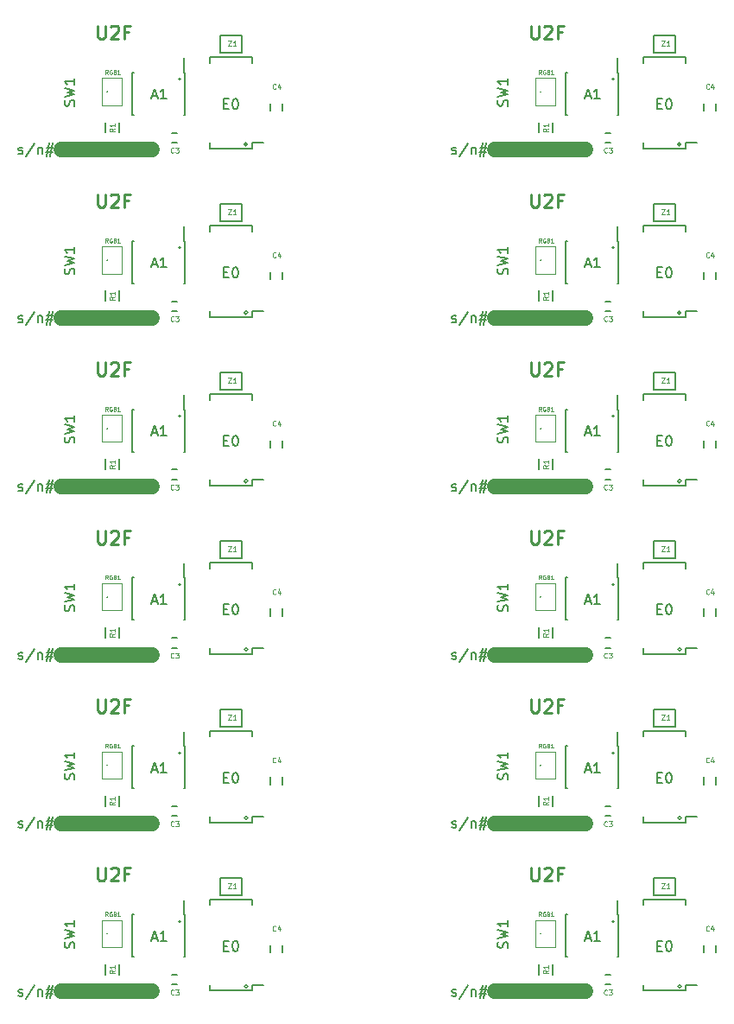
<source format=gto>
%MOIN*%
%OFA0B0*%
%FSLAX46Y46*%
%IPPOS*%
%LPD*%
%ADD10C,0.0039370078740157488*%
%ADD11C,0.059055118110236227*%
%ADD12C,0.0078740157480314977*%
%ADD13C,0.00984251968503937*%
%ADD14C,0.005905511811023622*%
%ADD15C,0.0011811023622047244*%
%ADD16C,0.004921259842519685*%
%ADD27C,0.0039370078740157488*%
%ADD28C,0.059055118110236227*%
%ADD29C,0.0078740157480314977*%
%ADD30C,0.00984251968503937*%
%ADD31C,0.005905511811023622*%
%ADD32C,0.0011811023622047244*%
%ADD33C,0.004921259842519685*%
%ADD34C,0.0039370078740157488*%
%ADD35C,0.059055118110236227*%
%ADD36C,0.0078740157480314977*%
%ADD37C,0.00984251968503937*%
%ADD38C,0.005905511811023622*%
%ADD39C,0.0011811023622047244*%
%ADD40C,0.004921259842519685*%
%ADD41C,0.0039370078740157488*%
%ADD42C,0.059055118110236227*%
%ADD43C,0.0078740157480314977*%
%ADD44C,0.00984251968503937*%
%ADD45C,0.005905511811023622*%
%ADD46C,0.0011811023622047244*%
%ADD47C,0.004921259842519685*%
%ADD48C,0.0039370078740157488*%
%ADD49C,0.059055118110236227*%
%ADD50C,0.0078740157480314977*%
%ADD51C,0.00984251968503937*%
%ADD52C,0.005905511811023622*%
%ADD53C,0.0011811023622047244*%
%ADD54C,0.004921259842519685*%
%ADD55C,0.0039370078740157488*%
%ADD56C,0.059055118110236227*%
%ADD57C,0.0078740157480314977*%
%ADD58C,0.00984251968503937*%
%ADD59C,0.005905511811023622*%
%ADD60C,0.0011811023622047244*%
%ADD61C,0.004921259842519685*%
%ADD62C,0.0039370078740157488*%
%ADD63C,0.059055118110236227*%
%ADD64C,0.0078740157480314977*%
%ADD65C,0.00984251968503937*%
%ADD66C,0.005905511811023622*%
%ADD67C,0.0011811023622047244*%
%ADD68C,0.004921259842519685*%
%ADD69C,0.0039370078740157488*%
%ADD70C,0.059055118110236227*%
%ADD71C,0.0078740157480314977*%
%ADD72C,0.00984251968503937*%
%ADD73C,0.005905511811023622*%
%ADD74C,0.0011811023622047244*%
%ADD75C,0.004921259842519685*%
%ADD76C,0.0039370078740157488*%
%ADD77C,0.059055118110236227*%
%ADD78C,0.0078740157480314977*%
%ADD79C,0.00984251968503937*%
%ADD80C,0.005905511811023622*%
%ADD81C,0.0011811023622047244*%
%ADD82C,0.004921259842519685*%
%ADD83C,0.0039370078740157488*%
%ADD84C,0.059055118110236227*%
%ADD85C,0.0078740157480314977*%
%ADD86C,0.00984251968503937*%
%ADD87C,0.005905511811023622*%
%ADD88C,0.0011811023622047244*%
%ADD89C,0.004921259842519685*%
%ADD90C,0.0039370078740157488*%
%ADD91C,0.059055118110236227*%
%ADD92C,0.0078740157480314977*%
%ADD93C,0.00984251968503937*%
%ADD94C,0.005905511811023622*%
%ADD95C,0.0011811023622047244*%
%ADD96C,0.004921259842519685*%
%ADD97C,0.0039370078740157488*%
%ADD98C,0.059055118110236227*%
%ADD99C,0.0078740157480314977*%
%ADD100C,0.00984251968503937*%
%ADD101C,0.005905511811023622*%
%ADD102C,0.0011811023622047244*%
%ADD103C,0.004921259842519685*%
G01G01*
D10*
D11*
X0000662204Y0000062598D02*
X0000312204Y0000062598D01*
D12*
X0000145650Y0000046662D02*
X0000149400Y0000044788D01*
X0000156899Y0000044788D01*
X0000160648Y0000046662D01*
X0000162523Y0000050412D01*
X0000162523Y0000052287D01*
X0000160648Y0000056036D01*
X0000156899Y0000057911D01*
X0000151274Y0000057911D01*
X0000147525Y0000059786D01*
X0000145650Y0000063535D01*
X0000145650Y0000065410D01*
X0000147525Y0000069160D01*
X0000151274Y0000071034D01*
X0000156899Y0000071034D01*
X0000160648Y0000069160D01*
X0000207517Y0000086032D02*
X0000173772Y0000035414D01*
X0000220641Y0000071034D02*
X0000220641Y0000044788D01*
X0000220641Y0000067285D02*
X0000222515Y0000069160D01*
X0000226265Y0000071034D01*
X0000231889Y0000071034D01*
X0000235639Y0000069160D01*
X0000237514Y0000065410D01*
X0000237514Y0000044788D01*
X0000254386Y0000071034D02*
X0000282508Y0000071034D01*
X0000265635Y0000087907D02*
X0000254386Y0000037289D01*
X0000278758Y0000054161D02*
X0000250637Y0000054161D01*
X0000267510Y0000037289D02*
X0000278758Y0000087907D01*
X0001030581Y0000082677D02*
G75*
G03G03X0001030581Y0000082677I-0000006959D01X0001030581Y0000082677I-0000006959D01*
G01G01*
X0000771265Y0000333661D02*
G75*
G03G03X0000771265Y0000333661I-0000003548D01X0000771265Y0000333661I-0000003548D01*
G01G01*
X0000488188Y0000285433D02*
G75*
G03G03X0000488188Y0000285433I-0000000984D01X0000488188Y0000285433I-0000000984D01*
G01G01*
D13*
X0000451274Y0000540626D02*
X0000451274Y0000499193D01*
X0000453712Y0000494319D01*
X0000456149Y0000491882D01*
X0000461023Y0000489445D01*
X0000470772Y0000489445D01*
X0000475646Y0000491882D01*
X0000478083Y0000494319D01*
X0000480521Y0000499193D01*
X0000480521Y0000540626D01*
X0000502455Y0000535751D02*
X0000504893Y0000538188D01*
X0000509767Y0000540626D01*
X0000521953Y0000540626D01*
X0000526827Y0000538188D01*
X0000529265Y0000535751D01*
X0000531702Y0000530877D01*
X0000531702Y0000526002D01*
X0000529265Y0000518691D01*
X0000500018Y0000489445D01*
X0000531702Y0000489445D01*
X0000570697Y0000516254D02*
X0000553637Y0000516254D01*
X0000553637Y0000489445D02*
X0000553637Y0000540626D01*
X0000578008Y0000540626D01*
D14*
X0000738188Y0000089566D02*
X0000757874Y0000089566D01*
X0000757874Y0000126968D02*
X0000738188Y0000126968D01*
X0001118110Y0000212598D02*
X0001118110Y0000240157D01*
X0001165354Y0000240157D02*
X0001165354Y0000212598D01*
X0000534448Y0000167322D02*
X0000534448Y0000127952D01*
X0000481299Y0000127952D02*
X0000481299Y0000167322D01*
X0000925235Y0000502003D02*
X0001007835Y0000502003D01*
X0001007835Y0000502003D02*
X0001007835Y0000435003D01*
X0001007835Y0000435003D02*
X0000925235Y0000435003D01*
X0000925235Y0000435003D02*
X0000925235Y0000502003D01*
X0000788385Y0000360236D02*
X0000782677Y0000360236D01*
X0000788385Y0000196850D02*
X0000782677Y0000196850D01*
X0000585629Y0000196850D02*
X0000591338Y0000196850D01*
X0000585629Y0000360236D02*
X0000591338Y0000360236D01*
X0000788385Y0000360236D02*
X0000788385Y0000196850D01*
X0000585629Y0000360236D02*
X0000585629Y0000196850D01*
X0000782677Y0000360236D02*
X0000782677Y0000415354D01*
X0001046259Y0000065944D02*
X0001046259Y0000087893D01*
X0000882873Y0000065944D02*
X0000882873Y0000087893D01*
X0000882873Y0000418307D02*
X0000882873Y0000396358D01*
X0001046259Y0000418307D02*
X0001046259Y0000396358D01*
X0001046259Y0000065944D02*
X0000882873Y0000065944D01*
X0001046259Y0000418307D02*
X0000882873Y0000418307D01*
X0001046259Y0000087893D02*
X0001090551Y0000087893D01*
D15*
X0000468976Y0000338779D02*
X0000543976Y0000338779D01*
X0000543976Y0000338779D02*
X0000543976Y0000233779D01*
X0000543976Y0000233779D02*
X0000468976Y0000233779D01*
X0000468976Y0000233779D02*
X0000468976Y0000338779D01*
D16*
X0000744750Y0000052024D02*
X0000743813Y0000051087D01*
X0000741001Y0000050149D01*
X0000739126Y0000050149D01*
X0000736314Y0000051087D01*
X0000734439Y0000052962D01*
X0000733502Y0000054836D01*
X0000732564Y0000058586D01*
X0000732564Y0000061398D01*
X0000733502Y0000065148D01*
X0000734439Y0000067022D01*
X0000736314Y0000068897D01*
X0000739126Y0000069835D01*
X0000741001Y0000069835D01*
X0000743813Y0000068897D01*
X0000744750Y0000067960D01*
X0000751312Y0000069835D02*
X0000763498Y0000069835D01*
X0000756936Y0000062335D01*
X0000759748Y0000062335D01*
X0000761623Y0000061398D01*
X0000762560Y0000060461D01*
X0000763498Y0000058586D01*
X0000763498Y0000053899D01*
X0000762560Y0000052024D01*
X0000761623Y0000051087D01*
X0000759748Y0000050149D01*
X0000754124Y0000050149D01*
X0000752249Y0000051087D01*
X0000751312Y0000052024D01*
X0001138451Y0000298087D02*
X0001137514Y0000297150D01*
X0001134701Y0000296212D01*
X0001132827Y0000296212D01*
X0001130015Y0000297150D01*
X0001128140Y0000299025D01*
X0001127202Y0000300899D01*
X0001126265Y0000304649D01*
X0001126265Y0000307461D01*
X0001127202Y0000311211D01*
X0001128140Y0000313085D01*
X0001130015Y0000314960D01*
X0001132827Y0000315897D01*
X0001134701Y0000315897D01*
X0001137514Y0000314960D01*
X0001138451Y0000314023D01*
X0001155324Y0000309336D02*
X0001155324Y0000296212D01*
X0001150637Y0000316835D02*
X0001145950Y0000302774D01*
X0001158136Y0000302774D01*
X0000516779Y0000144356D02*
X0000507405Y0000137795D01*
X0000516779Y0000133108D02*
X0000497094Y0000133108D01*
X0000497094Y0000140607D01*
X0000498031Y0000142482D01*
X0000498968Y0000143419D01*
X0000500843Y0000144356D01*
X0000503655Y0000144356D01*
X0000505530Y0000143419D01*
X0000506467Y0000142482D01*
X0000507405Y0000140607D01*
X0000507405Y0000133108D01*
X0000516779Y0000163104D02*
X0000516779Y0000151856D01*
X0000516779Y0000157480D02*
X0000497094Y0000157480D01*
X0000499906Y0000155605D01*
X0000501781Y0000153730D01*
X0000502718Y0000151856D01*
X0000954536Y0000481252D02*
X0000967660Y0000481252D01*
X0000954536Y0000461567D01*
X0000967660Y0000461567D01*
X0000985470Y0000461567D02*
X0000974221Y0000461567D01*
X0000979846Y0000461567D02*
X0000979846Y0000481252D01*
X0000977971Y0000478440D01*
X0000976096Y0000476565D01*
X0000974221Y0000475628D01*
D14*
X0000660854Y0000269028D02*
X0000679602Y0000269028D01*
X0000657105Y0000257780D02*
X0000670228Y0000297150D01*
X0000683352Y0000257780D01*
X0000717097Y0000257780D02*
X0000694600Y0000257780D01*
X0000705849Y0000257780D02*
X0000705849Y0000297150D01*
X0000702099Y0000291526D01*
X0000698350Y0000287776D01*
X0000694600Y0000285901D01*
X0000937382Y0000239032D02*
X0000950506Y0000239032D01*
X0000956130Y0000218410D02*
X0000937382Y0000218410D01*
X0000937382Y0000257780D01*
X0000956130Y0000257780D01*
X0000980502Y0000257780D02*
X0000984251Y0000257780D01*
X0000988001Y0000255905D01*
X0000989876Y0000254030D01*
X0000991751Y0000250281D01*
X0000993625Y0000242782D01*
X0000993625Y0000233408D01*
X0000991751Y0000225909D01*
X0000989876Y0000222159D01*
X0000988001Y0000220284D01*
X0000984251Y0000218410D01*
X0000980502Y0000218410D01*
X0000976752Y0000220284D01*
X0000974878Y0000222159D01*
X0000973003Y0000225909D01*
X0000971128Y0000233408D01*
X0000971128Y0000242782D01*
X0000973003Y0000250281D01*
X0000974878Y0000254030D01*
X0000976752Y0000255905D01*
X0000980502Y0000257780D01*
X0000360030Y0000230971D02*
X0000361904Y0000236595D01*
X0000361904Y0000245969D01*
X0000360030Y0000249718D01*
X0000358155Y0000251593D01*
X0000354405Y0000253468D01*
X0000350656Y0000253468D01*
X0000346906Y0000251593D01*
X0000345031Y0000249718D01*
X0000343157Y0000245969D01*
X0000341282Y0000238470D01*
X0000339407Y0000234720D01*
X0000337532Y0000232845D01*
X0000333783Y0000230971D01*
X0000330033Y0000230971D01*
X0000326284Y0000232845D01*
X0000324409Y0000234720D01*
X0000322534Y0000238470D01*
X0000322534Y0000247844D01*
X0000324409Y0000253468D01*
X0000322534Y0000266591D02*
X0000361904Y0000275965D01*
X0000333783Y0000283464D01*
X0000361904Y0000290963D01*
X0000322534Y0000300337D01*
X0000361904Y0000335958D02*
X0000361904Y0000313460D01*
X0000361904Y0000324709D02*
X0000322534Y0000324709D01*
X0000328158Y0000320959D01*
X0000331908Y0000317210D01*
X0000333783Y0000313460D01*
D10*
X0000490503Y0000353455D02*
X0000485254Y0000360954D01*
X0000481504Y0000353455D02*
X0000481504Y0000369203D01*
X0000487504Y0000369203D01*
X0000489003Y0000368453D01*
X0000489753Y0000367703D01*
X0000490503Y0000366203D01*
X0000490503Y0000363954D01*
X0000489753Y0000362454D01*
X0000489003Y0000361704D01*
X0000487504Y0000360954D01*
X0000481504Y0000360954D01*
X0000505501Y0000368453D02*
X0000504002Y0000369203D01*
X0000501752Y0000369203D01*
X0000499502Y0000368453D01*
X0000498002Y0000366953D01*
X0000497252Y0000365453D01*
X0000496502Y0000362454D01*
X0000496502Y0000360204D01*
X0000497252Y0000357204D01*
X0000498002Y0000355705D01*
X0000499502Y0000354205D01*
X0000501752Y0000353455D01*
X0000503252Y0000353455D01*
X0000505501Y0000354205D01*
X0000506251Y0000354955D01*
X0000506251Y0000360204D01*
X0000503252Y0000360204D01*
X0000518250Y0000361704D02*
X0000520499Y0000360954D01*
X0000521249Y0000360204D01*
X0000521999Y0000358704D01*
X0000521999Y0000356455D01*
X0000521249Y0000354955D01*
X0000520499Y0000354205D01*
X0000519000Y0000353455D01*
X0000513000Y0000353455D01*
X0000513000Y0000369203D01*
X0000518250Y0000369203D01*
X0000519750Y0000368453D01*
X0000520499Y0000367703D01*
X0000521249Y0000366203D01*
X0000521249Y0000364704D01*
X0000520499Y0000363204D01*
X0000519750Y0000362454D01*
X0000518250Y0000361704D01*
X0000513000Y0000361704D01*
X0000536997Y0000353455D02*
X0000527998Y0000353455D01*
X0000532498Y0000353455D02*
X0000532498Y0000369203D01*
X0000530998Y0000366953D01*
X0000529498Y0000365453D01*
X0000527998Y0000364704D01*
G04 next file*
G04 #@! TF.FileFunction,Legend,Top*
G04 Gerber Fmt 4.6, Leading zero omitted, Abs format (unit mm)*
G04 Created by KiCad (PCBNEW 4.0.6) date 2017 June 28, Wednesday 04:06:12*
G01G01*
G04 APERTURE LIST*
G04 APERTURE END LIST*
D27*
D28*
X0002335433Y0000062598D02*
X0001985433Y0000062598D01*
D29*
X0001818878Y0000046662D02*
X0001822628Y0000044788D01*
X0001830127Y0000044788D01*
X0001833877Y0000046662D01*
X0001835751Y0000050412D01*
X0001835751Y0000052287D01*
X0001833877Y0000056036D01*
X0001830127Y0000057911D01*
X0001824503Y0000057911D01*
X0001820753Y0000059786D01*
X0001818878Y0000063535D01*
X0001818878Y0000065410D01*
X0001820753Y0000069160D01*
X0001824503Y0000071034D01*
X0001830127Y0000071034D01*
X0001833877Y0000069160D01*
X0001880746Y0000086032D02*
X0001847000Y0000035414D01*
X0001893869Y0000071034D02*
X0001893869Y0000044788D01*
X0001893869Y0000067285D02*
X0001895744Y0000069160D01*
X0001899493Y0000071034D01*
X0001905118Y0000071034D01*
X0001908867Y0000069160D01*
X0001910742Y0000065410D01*
X0001910742Y0000044788D01*
X0001927615Y0000071034D02*
X0001955736Y0000071034D01*
X0001938863Y0000087907D02*
X0001927615Y0000037289D01*
X0001951987Y0000054161D02*
X0001923865Y0000054161D01*
X0001940738Y0000037289D02*
X0001951987Y0000087907D01*
X0002703810Y0000082677D02*
G75*
G03G03X0002703810Y0000082677I-0000006959D01X0002703810Y0000082677I-0000006959D01*
G01G01*
X0002444493Y0000333661D02*
G75*
G03G03X0002444493Y0000333661I-0000003548D01X0002444493Y0000333661I-0000003548D01*
G01G01*
X0002161417Y0000285433D02*
G75*
G03G03X0002161417Y0000285433I-0000000984D01X0002161417Y0000285433I-0000000984D01*
G01G01*
D30*
X0002124503Y0000540626D02*
X0002124503Y0000499193D01*
X0002126940Y0000494319D01*
X0002129377Y0000491882D01*
X0002134251Y0000489445D01*
X0002144000Y0000489445D01*
X0002148875Y0000491882D01*
X0002151312Y0000494319D01*
X0002153749Y0000499193D01*
X0002153749Y0000540626D01*
X0002175684Y0000535751D02*
X0002178121Y0000538188D01*
X0002182995Y0000540626D01*
X0002195181Y0000540626D01*
X0002200056Y0000538188D01*
X0002202493Y0000535751D01*
X0002204930Y0000530877D01*
X0002204930Y0000526002D01*
X0002202493Y0000518691D01*
X0002173247Y0000489445D01*
X0002204930Y0000489445D01*
X0002243925Y0000516254D02*
X0002226865Y0000516254D01*
X0002226865Y0000489445D02*
X0002226865Y0000540626D01*
X0002251237Y0000540626D01*
D31*
X0002411417Y0000089566D02*
X0002431102Y0000089566D01*
X0002431102Y0000126968D02*
X0002411417Y0000126968D01*
X0002791338Y0000212598D02*
X0002791338Y0000240157D01*
X0002838582Y0000240157D02*
X0002838582Y0000212598D01*
X0002207677Y0000167322D02*
X0002207677Y0000127952D01*
X0002154527Y0000127952D02*
X0002154527Y0000167322D01*
X0002598463Y0000502003D02*
X0002681063Y0000502003D01*
X0002681063Y0000502003D02*
X0002681063Y0000435003D01*
X0002681063Y0000435003D02*
X0002598463Y0000435003D01*
X0002598463Y0000435003D02*
X0002598463Y0000502003D01*
X0002461614Y0000360236D02*
X0002455905Y0000360236D01*
X0002461614Y0000196850D02*
X0002455905Y0000196850D01*
X0002258858Y0000196850D02*
X0002264566Y0000196850D01*
X0002258858Y0000360236D02*
X0002264566Y0000360236D01*
X0002461614Y0000360236D02*
X0002461614Y0000196850D01*
X0002258858Y0000360236D02*
X0002258858Y0000196850D01*
X0002455905Y0000360236D02*
X0002455905Y0000415354D01*
X0002719488Y0000065944D02*
X0002719488Y0000087893D01*
X0002556102Y0000065944D02*
X0002556102Y0000087893D01*
X0002556102Y0000418307D02*
X0002556102Y0000396358D01*
X0002719488Y0000418307D02*
X0002719488Y0000396358D01*
X0002719488Y0000065944D02*
X0002556102Y0000065944D01*
X0002719488Y0000418307D02*
X0002556102Y0000418307D01*
X0002719488Y0000087893D02*
X0002763779Y0000087893D01*
D32*
X0002142204Y0000338779D02*
X0002217204Y0000338779D01*
X0002217204Y0000338779D02*
X0002217204Y0000233779D01*
X0002217204Y0000233779D02*
X0002142204Y0000233779D01*
X0002142204Y0000233779D02*
X0002142204Y0000338779D01*
D33*
X0002417979Y0000052024D02*
X0002417041Y0000051087D01*
X0002414229Y0000050149D01*
X0002412354Y0000050149D01*
X0002409542Y0000051087D01*
X0002407667Y0000052962D01*
X0002406730Y0000054836D01*
X0002405793Y0000058586D01*
X0002405793Y0000061398D01*
X0002406730Y0000065148D01*
X0002407667Y0000067022D01*
X0002409542Y0000068897D01*
X0002412354Y0000069835D01*
X0002414229Y0000069835D01*
X0002417041Y0000068897D01*
X0002417979Y0000067960D01*
X0002424540Y0000069835D02*
X0002436726Y0000069835D01*
X0002430165Y0000062335D01*
X0002432977Y0000062335D01*
X0002434851Y0000061398D01*
X0002435789Y0000060461D01*
X0002436726Y0000058586D01*
X0002436726Y0000053899D01*
X0002435789Y0000052024D01*
X0002434851Y0000051087D01*
X0002432977Y0000050149D01*
X0002427352Y0000050149D01*
X0002425478Y0000051087D01*
X0002424540Y0000052024D01*
X0002811679Y0000298087D02*
X0002810742Y0000297150D01*
X0002807930Y0000296212D01*
X0002806055Y0000296212D01*
X0002803243Y0000297150D01*
X0002801368Y0000299025D01*
X0002800431Y0000300899D01*
X0002799493Y0000304649D01*
X0002799493Y0000307461D01*
X0002800431Y0000311211D01*
X0002801368Y0000313085D01*
X0002803243Y0000314960D01*
X0002806055Y0000315897D01*
X0002807930Y0000315897D01*
X0002810742Y0000314960D01*
X0002811679Y0000314023D01*
X0002828552Y0000309336D02*
X0002828552Y0000296212D01*
X0002823865Y0000316835D02*
X0002819178Y0000302774D01*
X0002831364Y0000302774D01*
X0002190007Y0000144356D02*
X0002180633Y0000137795D01*
X0002190007Y0000133108D02*
X0002170322Y0000133108D01*
X0002170322Y0000140607D01*
X0002171259Y0000142482D01*
X0002172197Y0000143419D01*
X0002174072Y0000144356D01*
X0002176884Y0000144356D01*
X0002178758Y0000143419D01*
X0002179696Y0000142482D01*
X0002180633Y0000140607D01*
X0002180633Y0000133108D01*
X0002190007Y0000163104D02*
X0002190007Y0000151856D01*
X0002190007Y0000157480D02*
X0002170322Y0000157480D01*
X0002173134Y0000155605D01*
X0002175009Y0000153730D01*
X0002175946Y0000151856D01*
X0002627765Y0000481252D02*
X0002640888Y0000481252D01*
X0002627765Y0000461567D01*
X0002640888Y0000461567D01*
X0002658698Y0000461567D02*
X0002647450Y0000461567D01*
X0002653074Y0000461567D02*
X0002653074Y0000481252D01*
X0002651199Y0000478440D01*
X0002649325Y0000476565D01*
X0002647450Y0000475628D01*
D31*
X0002334083Y0000269028D02*
X0002352830Y0000269028D01*
X0002330333Y0000257780D02*
X0002343457Y0000297150D01*
X0002356580Y0000257780D01*
X0002390326Y0000257780D02*
X0002367829Y0000257780D01*
X0002379077Y0000257780D02*
X0002379077Y0000297150D01*
X0002375328Y0000291526D01*
X0002371578Y0000287776D01*
X0002367829Y0000285901D01*
X0002610611Y0000239032D02*
X0002623734Y0000239032D01*
X0002629358Y0000218410D02*
X0002610611Y0000218410D01*
X0002610611Y0000257780D01*
X0002629358Y0000257780D01*
X0002653730Y0000257780D02*
X0002657480Y0000257780D01*
X0002661229Y0000255905D01*
X0002663104Y0000254030D01*
X0002664979Y0000250281D01*
X0002666854Y0000242782D01*
X0002666854Y0000233408D01*
X0002664979Y0000225909D01*
X0002663104Y0000222159D01*
X0002661229Y0000220284D01*
X0002657480Y0000218410D01*
X0002653730Y0000218410D01*
X0002649981Y0000220284D01*
X0002648106Y0000222159D01*
X0002646231Y0000225909D01*
X0002644356Y0000233408D01*
X0002644356Y0000242782D01*
X0002646231Y0000250281D01*
X0002648106Y0000254030D01*
X0002649981Y0000255905D01*
X0002653730Y0000257780D01*
X0002033258Y0000230971D02*
X0002035133Y0000236595D01*
X0002035133Y0000245969D01*
X0002033258Y0000249718D01*
X0002031383Y0000251593D01*
X0002027634Y0000253468D01*
X0002023884Y0000253468D01*
X0002020134Y0000251593D01*
X0002018260Y0000249718D01*
X0002016385Y0000245969D01*
X0002014510Y0000238470D01*
X0002012635Y0000234720D01*
X0002010761Y0000232845D01*
X0002007011Y0000230971D01*
X0002003262Y0000230971D01*
X0001999512Y0000232845D01*
X0001997637Y0000234720D01*
X0001995763Y0000238470D01*
X0001995763Y0000247844D01*
X0001997637Y0000253468D01*
X0001995763Y0000266591D02*
X0002035133Y0000275965D01*
X0002007011Y0000283464D01*
X0002035133Y0000290963D01*
X0001995763Y0000300337D01*
X0002035133Y0000335958D02*
X0002035133Y0000313460D01*
X0002035133Y0000324709D02*
X0001995763Y0000324709D01*
X0002001387Y0000320959D01*
X0002005136Y0000317210D01*
X0002007011Y0000313460D01*
D27*
X0002163732Y0000353455D02*
X0002158482Y0000360954D01*
X0002154733Y0000353455D02*
X0002154733Y0000369203D01*
X0002160732Y0000369203D01*
X0002162232Y0000368453D01*
X0002162982Y0000367703D01*
X0002163732Y0000366203D01*
X0002163732Y0000363954D01*
X0002162982Y0000362454D01*
X0002162232Y0000361704D01*
X0002160732Y0000360954D01*
X0002154733Y0000360954D01*
X0002178730Y0000368453D02*
X0002177230Y0000369203D01*
X0002174980Y0000369203D01*
X0002172730Y0000368453D01*
X0002171231Y0000366953D01*
X0002170481Y0000365453D01*
X0002169731Y0000362454D01*
X0002169731Y0000360204D01*
X0002170481Y0000357204D01*
X0002171231Y0000355705D01*
X0002172730Y0000354205D01*
X0002174980Y0000353455D01*
X0002176480Y0000353455D01*
X0002178730Y0000354205D01*
X0002179480Y0000354955D01*
X0002179480Y0000360204D01*
X0002176480Y0000360204D01*
X0002191478Y0000361704D02*
X0002193728Y0000360954D01*
X0002194478Y0000360204D01*
X0002195228Y0000358704D01*
X0002195228Y0000356455D01*
X0002194478Y0000354955D01*
X0002193728Y0000354205D01*
X0002192228Y0000353455D01*
X0002186229Y0000353455D01*
X0002186229Y0000369203D01*
X0002191478Y0000369203D01*
X0002192978Y0000368453D01*
X0002193728Y0000367703D01*
X0002194478Y0000366203D01*
X0002194478Y0000364704D01*
X0002193728Y0000363204D01*
X0002192978Y0000362454D01*
X0002191478Y0000361704D01*
X0002186229Y0000361704D01*
X0002210226Y0000353455D02*
X0002201227Y0000353455D01*
X0002205726Y0000353455D02*
X0002205726Y0000369203D01*
X0002204226Y0000366953D01*
X0002202727Y0000365453D01*
X0002201227Y0000364704D01*
G04 next file*
G04 #@! TF.FileFunction,Legend,Top*
G04 Gerber Fmt 4.6, Leading zero omitted, Abs format (unit mm)*
G04 Created by KiCad (PCBNEW 4.0.6) date 2017 June 28, Wednesday 04:06:12*
G01G01*
G04 APERTURE LIST*
G04 APERTURE END LIST*
D34*
D35*
X0000662204Y0000712204D02*
X0000312204Y0000712204D01*
D36*
X0000145650Y0000696269D02*
X0000149400Y0000694394D01*
X0000156899Y0000694394D01*
X0000160648Y0000696269D01*
X0000162523Y0000700018D01*
X0000162523Y0000701893D01*
X0000160648Y0000705643D01*
X0000156899Y0000707517D01*
X0000151274Y0000707517D01*
X0000147525Y0000709392D01*
X0000145650Y0000713142D01*
X0000145650Y0000715016D01*
X0000147525Y0000718766D01*
X0000151274Y0000720641D01*
X0000156899Y0000720641D01*
X0000160648Y0000718766D01*
X0000207517Y0000735639D02*
X0000173772Y0000685020D01*
X0000220641Y0000720641D02*
X0000220641Y0000694394D01*
X0000220641Y0000716891D02*
X0000222515Y0000718766D01*
X0000226265Y0000720641D01*
X0000231889Y0000720641D01*
X0000235639Y0000718766D01*
X0000237514Y0000715016D01*
X0000237514Y0000694394D01*
X0000254386Y0000720641D02*
X0000282508Y0000720641D01*
X0000265635Y0000737514D02*
X0000254386Y0000686895D01*
X0000278758Y0000703768D02*
X0000250637Y0000703768D01*
X0000267510Y0000686895D02*
X0000278758Y0000737514D01*
X0001030581Y0000732283D02*
G75*
G03G03X0001030581Y0000732283I-0000006959D01X0001030581Y0000732283I-0000006959D01*
G01G01*
X0000771265Y0000983267D02*
G75*
G03G03X0000771265Y0000983267I-0000003548D01X0000771265Y0000983267I-0000003548D01*
G01G01*
X0000488188Y0000935039D02*
G75*
G03G03X0000488188Y0000935039I-0000000984D01X0000488188Y0000935039I-0000000984D01*
G01G01*
D37*
X0000451274Y0001190232D02*
X0000451274Y0001148800D01*
X0000453712Y0001143925D01*
X0000456149Y0001141488D01*
X0000461023Y0001139051D01*
X0000470772Y0001139051D01*
X0000475646Y0001141488D01*
X0000478083Y0001143925D01*
X0000480521Y0001148800D01*
X0000480521Y0001190232D01*
X0000502455Y0001185358D02*
X0000504893Y0001187795D01*
X0000509767Y0001190232D01*
X0000521953Y0001190232D01*
X0000526827Y0001187795D01*
X0000529265Y0001185358D01*
X0000531702Y0001180483D01*
X0000531702Y0001175609D01*
X0000529265Y0001168297D01*
X0000500018Y0001139051D01*
X0000531702Y0001139051D01*
X0000570697Y0001165860D02*
X0000553637Y0001165860D01*
X0000553637Y0001139051D02*
X0000553637Y0001190232D01*
X0000578008Y0001190232D01*
D38*
X0000738188Y0000739173D02*
X0000757874Y0000739173D01*
X0000757874Y0000776574D02*
X0000738188Y0000776574D01*
X0001118110Y0000862204D02*
X0001118110Y0000889763D01*
X0001165354Y0000889763D02*
X0001165354Y0000862204D01*
X0000534448Y0000816929D02*
X0000534448Y0000777559D01*
X0000481299Y0000777559D02*
X0000481299Y0000816929D01*
X0000925235Y0001151610D02*
X0001007835Y0001151610D01*
X0001007835Y0001151610D02*
X0001007835Y0001084610D01*
X0001007835Y0001084610D02*
X0000925235Y0001084610D01*
X0000925235Y0001084610D02*
X0000925235Y0001151610D01*
X0000788385Y0001009842D02*
X0000782677Y0001009842D01*
X0000788385Y0000846456D02*
X0000782677Y0000846456D01*
X0000585629Y0000846456D02*
X0000591338Y0000846456D01*
X0000585629Y0001009842D02*
X0000591338Y0001009842D01*
X0000788385Y0001009842D02*
X0000788385Y0000846456D01*
X0000585629Y0001009842D02*
X0000585629Y0000846456D01*
X0000782677Y0001009842D02*
X0000782677Y0001064960D01*
X0001046259Y0000715551D02*
X0001046259Y0000737500D01*
X0000882873Y0000715551D02*
X0000882873Y0000737500D01*
X0000882873Y0001067913D02*
X0000882873Y0001045964D01*
X0001046259Y0001067913D02*
X0001046259Y0001045964D01*
X0001046259Y0000715551D02*
X0000882873Y0000715551D01*
X0001046259Y0001067913D02*
X0000882873Y0001067913D01*
X0001046259Y0000737500D02*
X0001090551Y0000737500D01*
D39*
X0000468976Y0000988385D02*
X0000543976Y0000988385D01*
X0000543976Y0000988385D02*
X0000543976Y0000883385D01*
X0000543976Y0000883385D02*
X0000468976Y0000883385D01*
X0000468976Y0000883385D02*
X0000468976Y0000988385D01*
D40*
X0000744750Y0000701631D02*
X0000743813Y0000700693D01*
X0000741001Y0000699756D01*
X0000739126Y0000699756D01*
X0000736314Y0000700693D01*
X0000734439Y0000702568D01*
X0000733502Y0000704443D01*
X0000732564Y0000708192D01*
X0000732564Y0000711004D01*
X0000733502Y0000714754D01*
X0000734439Y0000716629D01*
X0000736314Y0000718503D01*
X0000739126Y0000719441D01*
X0000741001Y0000719441D01*
X0000743813Y0000718503D01*
X0000744750Y0000717566D01*
X0000751312Y0000719441D02*
X0000763498Y0000719441D01*
X0000756936Y0000711942D01*
X0000759748Y0000711942D01*
X0000761623Y0000711004D01*
X0000762560Y0000710067D01*
X0000763498Y0000708192D01*
X0000763498Y0000703505D01*
X0000762560Y0000701631D01*
X0000761623Y0000700693D01*
X0000759748Y0000699756D01*
X0000754124Y0000699756D01*
X0000752249Y0000700693D01*
X0000751312Y0000701631D01*
X0001138451Y0000947694D02*
X0001137514Y0000946756D01*
X0001134701Y0000945819D01*
X0001132827Y0000945819D01*
X0001130015Y0000946756D01*
X0001128140Y0000948631D01*
X0001127202Y0000950506D01*
X0001126265Y0000954255D01*
X0001126265Y0000957067D01*
X0001127202Y0000960817D01*
X0001128140Y0000962692D01*
X0001130015Y0000964566D01*
X0001132827Y0000965504D01*
X0001134701Y0000965504D01*
X0001137514Y0000964566D01*
X0001138451Y0000963629D01*
X0001155324Y0000958942D02*
X0001155324Y0000945819D01*
X0001150637Y0000966441D02*
X0001145950Y0000952380D01*
X0001158136Y0000952380D01*
X0000516779Y0000793963D02*
X0000507405Y0000787401D01*
X0000516779Y0000782714D02*
X0000497094Y0000782714D01*
X0000497094Y0000790213D01*
X0000498031Y0000792088D01*
X0000498968Y0000793025D01*
X0000500843Y0000793963D01*
X0000503655Y0000793963D01*
X0000505530Y0000793025D01*
X0000506467Y0000792088D01*
X0000507405Y0000790213D01*
X0000507405Y0000782714D01*
X0000516779Y0000812710D02*
X0000516779Y0000801462D01*
X0000516779Y0000807086D02*
X0000497094Y0000807086D01*
X0000499906Y0000805211D01*
X0000501781Y0000803337D01*
X0000502718Y0000801462D01*
X0000954536Y0001130858D02*
X0000967660Y0001130858D01*
X0000954536Y0001111173D01*
X0000967660Y0001111173D01*
X0000985470Y0001111173D02*
X0000974221Y0001111173D01*
X0000979846Y0001111173D02*
X0000979846Y0001130858D01*
X0000977971Y0001128046D01*
X0000976096Y0001126171D01*
X0000974221Y0001125234D01*
D38*
X0000660854Y0000918635D02*
X0000679602Y0000918635D01*
X0000657105Y0000907386D02*
X0000670228Y0000946756D01*
X0000683352Y0000907386D01*
X0000717097Y0000907386D02*
X0000694600Y0000907386D01*
X0000705849Y0000907386D02*
X0000705849Y0000946756D01*
X0000702099Y0000941132D01*
X0000698350Y0000937382D01*
X0000694600Y0000935508D01*
X0000937382Y0000888638D02*
X0000950506Y0000888638D01*
X0000956130Y0000868016D02*
X0000937382Y0000868016D01*
X0000937382Y0000907386D01*
X0000956130Y0000907386D01*
X0000980502Y0000907386D02*
X0000984251Y0000907386D01*
X0000988001Y0000905511D01*
X0000989876Y0000903637D01*
X0000991751Y0000899887D01*
X0000993625Y0000892388D01*
X0000993625Y0000883014D01*
X0000991751Y0000875515D01*
X0000989876Y0000871766D01*
X0000988001Y0000869891D01*
X0000984251Y0000868016D01*
X0000980502Y0000868016D01*
X0000976752Y0000869891D01*
X0000974878Y0000871766D01*
X0000973003Y0000875515D01*
X0000971128Y0000883014D01*
X0000971128Y0000892388D01*
X0000973003Y0000899887D01*
X0000974878Y0000903637D01*
X0000976752Y0000905511D01*
X0000980502Y0000907386D01*
X0000360030Y0000880577D02*
X0000361904Y0000886201D01*
X0000361904Y0000895575D01*
X0000360030Y0000899325D01*
X0000358155Y0000901199D01*
X0000354405Y0000903074D01*
X0000350656Y0000903074D01*
X0000346906Y0000901199D01*
X0000345031Y0000899325D01*
X0000343157Y0000895575D01*
X0000341282Y0000888076D01*
X0000339407Y0000884326D01*
X0000337532Y0000882452D01*
X0000333783Y0000880577D01*
X0000330033Y0000880577D01*
X0000326284Y0000882452D01*
X0000324409Y0000884326D01*
X0000322534Y0000888076D01*
X0000322534Y0000897450D01*
X0000324409Y0000903074D01*
X0000322534Y0000916197D02*
X0000361904Y0000925571D01*
X0000333783Y0000933070D01*
X0000361904Y0000940569D01*
X0000322534Y0000949943D01*
X0000361904Y0000985564D02*
X0000361904Y0000963067D01*
X0000361904Y0000974315D02*
X0000322534Y0000974315D01*
X0000328158Y0000970566D01*
X0000331908Y0000966816D01*
X0000333783Y0000963067D01*
D34*
X0000490503Y0001003061D02*
X0000485254Y0001010560D01*
X0000481504Y0001003061D02*
X0000481504Y0001018809D01*
X0000487504Y0001018809D01*
X0000489003Y0001018059D01*
X0000489753Y0001017309D01*
X0000490503Y0001015810D01*
X0000490503Y0001013560D01*
X0000489753Y0001012060D01*
X0000489003Y0001011310D01*
X0000487504Y0001010560D01*
X0000481504Y0001010560D01*
X0000505501Y0001018059D02*
X0000504002Y0001018809D01*
X0000501752Y0001018809D01*
X0000499502Y0001018059D01*
X0000498002Y0001016560D01*
X0000497252Y0001015060D01*
X0000496502Y0001012060D01*
X0000496502Y0001009810D01*
X0000497252Y0001006811D01*
X0000498002Y0001005311D01*
X0000499502Y0001003811D01*
X0000501752Y0001003061D01*
X0000503252Y0001003061D01*
X0000505501Y0001003811D01*
X0000506251Y0001004561D01*
X0000506251Y0001009810D01*
X0000503252Y0001009810D01*
X0000518250Y0001011310D02*
X0000520499Y0001010560D01*
X0000521249Y0001009810D01*
X0000521999Y0001008311D01*
X0000521999Y0001006061D01*
X0000521249Y0001004561D01*
X0000520499Y0001003811D01*
X0000519000Y0001003061D01*
X0000513000Y0001003061D01*
X0000513000Y0001018809D01*
X0000518250Y0001018809D01*
X0000519750Y0001018059D01*
X0000520499Y0001017309D01*
X0000521249Y0001015810D01*
X0000521249Y0001014310D01*
X0000520499Y0001012810D01*
X0000519750Y0001012060D01*
X0000518250Y0001011310D01*
X0000513000Y0001011310D01*
X0000536997Y0001003061D02*
X0000527998Y0001003061D01*
X0000532498Y0001003061D02*
X0000532498Y0001018809D01*
X0000530998Y0001016560D01*
X0000529498Y0001015060D01*
X0000527998Y0001014310D01*
G04 next file*
G04 #@! TF.FileFunction,Legend,Top*
G04 Gerber Fmt 4.6, Leading zero omitted, Abs format (unit mm)*
G04 Created by KiCad (PCBNEW 4.0.6) date 2017 June 28, Wednesday 04:06:12*
G01G01*
G04 APERTURE LIST*
G04 APERTURE END LIST*
D41*
D42*
X0002335433Y0000712204D02*
X0001985433Y0000712204D01*
D43*
X0001818878Y0000696269D02*
X0001822628Y0000694394D01*
X0001830127Y0000694394D01*
X0001833877Y0000696269D01*
X0001835751Y0000700018D01*
X0001835751Y0000701893D01*
X0001833877Y0000705643D01*
X0001830127Y0000707517D01*
X0001824503Y0000707517D01*
X0001820753Y0000709392D01*
X0001818878Y0000713142D01*
X0001818878Y0000715016D01*
X0001820753Y0000718766D01*
X0001824503Y0000720641D01*
X0001830127Y0000720641D01*
X0001833877Y0000718766D01*
X0001880746Y0000735639D02*
X0001847000Y0000685020D01*
X0001893869Y0000720641D02*
X0001893869Y0000694394D01*
X0001893869Y0000716891D02*
X0001895744Y0000718766D01*
X0001899493Y0000720641D01*
X0001905118Y0000720641D01*
X0001908867Y0000718766D01*
X0001910742Y0000715016D01*
X0001910742Y0000694394D01*
X0001927615Y0000720641D02*
X0001955736Y0000720641D01*
X0001938863Y0000737514D02*
X0001927615Y0000686895D01*
X0001951987Y0000703768D02*
X0001923865Y0000703768D01*
X0001940738Y0000686895D02*
X0001951987Y0000737514D01*
X0002703810Y0000732283D02*
G75*
G03G03X0002703810Y0000732283I-0000006959D01X0002703810Y0000732283I-0000006959D01*
G01G01*
X0002444493Y0000983267D02*
G75*
G03G03X0002444493Y0000983267I-0000003548D01X0002444493Y0000983267I-0000003548D01*
G01G01*
X0002161417Y0000935039D02*
G75*
G03G03X0002161417Y0000935039I-0000000984D01X0002161417Y0000935039I-0000000984D01*
G01G01*
D44*
X0002124503Y0001190232D02*
X0002124503Y0001148800D01*
X0002126940Y0001143925D01*
X0002129377Y0001141488D01*
X0002134251Y0001139051D01*
X0002144000Y0001139051D01*
X0002148875Y0001141488D01*
X0002151312Y0001143925D01*
X0002153749Y0001148800D01*
X0002153749Y0001190232D01*
X0002175684Y0001185358D02*
X0002178121Y0001187795D01*
X0002182995Y0001190232D01*
X0002195181Y0001190232D01*
X0002200056Y0001187795D01*
X0002202493Y0001185358D01*
X0002204930Y0001180483D01*
X0002204930Y0001175609D01*
X0002202493Y0001168297D01*
X0002173247Y0001139051D01*
X0002204930Y0001139051D01*
X0002243925Y0001165860D02*
X0002226865Y0001165860D01*
X0002226865Y0001139051D02*
X0002226865Y0001190232D01*
X0002251237Y0001190232D01*
D45*
X0002411417Y0000739173D02*
X0002431102Y0000739173D01*
X0002431102Y0000776574D02*
X0002411417Y0000776574D01*
X0002791338Y0000862204D02*
X0002791338Y0000889763D01*
X0002838582Y0000889763D02*
X0002838582Y0000862204D01*
X0002207677Y0000816929D02*
X0002207677Y0000777559D01*
X0002154527Y0000777559D02*
X0002154527Y0000816929D01*
X0002598463Y0001151610D02*
X0002681063Y0001151610D01*
X0002681063Y0001151610D02*
X0002681063Y0001084610D01*
X0002681063Y0001084610D02*
X0002598463Y0001084610D01*
X0002598463Y0001084610D02*
X0002598463Y0001151610D01*
X0002461614Y0001009842D02*
X0002455905Y0001009842D01*
X0002461614Y0000846456D02*
X0002455905Y0000846456D01*
X0002258858Y0000846456D02*
X0002264566Y0000846456D01*
X0002258858Y0001009842D02*
X0002264566Y0001009842D01*
X0002461614Y0001009842D02*
X0002461614Y0000846456D01*
X0002258858Y0001009842D02*
X0002258858Y0000846456D01*
X0002455905Y0001009842D02*
X0002455905Y0001064960D01*
X0002719488Y0000715551D02*
X0002719488Y0000737500D01*
X0002556102Y0000715551D02*
X0002556102Y0000737500D01*
X0002556102Y0001067913D02*
X0002556102Y0001045964D01*
X0002719488Y0001067913D02*
X0002719488Y0001045964D01*
X0002719488Y0000715551D02*
X0002556102Y0000715551D01*
X0002719488Y0001067913D02*
X0002556102Y0001067913D01*
X0002719488Y0000737500D02*
X0002763779Y0000737500D01*
D46*
X0002142204Y0000988385D02*
X0002217204Y0000988385D01*
X0002217204Y0000988385D02*
X0002217204Y0000883385D01*
X0002217204Y0000883385D02*
X0002142204Y0000883385D01*
X0002142204Y0000883385D02*
X0002142204Y0000988385D01*
D47*
X0002417979Y0000701631D02*
X0002417041Y0000700693D01*
X0002414229Y0000699756D01*
X0002412354Y0000699756D01*
X0002409542Y0000700693D01*
X0002407667Y0000702568D01*
X0002406730Y0000704443D01*
X0002405793Y0000708192D01*
X0002405793Y0000711004D01*
X0002406730Y0000714754D01*
X0002407667Y0000716629D01*
X0002409542Y0000718503D01*
X0002412354Y0000719441D01*
X0002414229Y0000719441D01*
X0002417041Y0000718503D01*
X0002417979Y0000717566D01*
X0002424540Y0000719441D02*
X0002436726Y0000719441D01*
X0002430165Y0000711942D01*
X0002432977Y0000711942D01*
X0002434851Y0000711004D01*
X0002435789Y0000710067D01*
X0002436726Y0000708192D01*
X0002436726Y0000703505D01*
X0002435789Y0000701631D01*
X0002434851Y0000700693D01*
X0002432977Y0000699756D01*
X0002427352Y0000699756D01*
X0002425478Y0000700693D01*
X0002424540Y0000701631D01*
X0002811679Y0000947694D02*
X0002810742Y0000946756D01*
X0002807930Y0000945819D01*
X0002806055Y0000945819D01*
X0002803243Y0000946756D01*
X0002801368Y0000948631D01*
X0002800431Y0000950506D01*
X0002799493Y0000954255D01*
X0002799493Y0000957067D01*
X0002800431Y0000960817D01*
X0002801368Y0000962692D01*
X0002803243Y0000964566D01*
X0002806055Y0000965504D01*
X0002807930Y0000965504D01*
X0002810742Y0000964566D01*
X0002811679Y0000963629D01*
X0002828552Y0000958942D02*
X0002828552Y0000945819D01*
X0002823865Y0000966441D02*
X0002819178Y0000952380D01*
X0002831364Y0000952380D01*
X0002190007Y0000793963D02*
X0002180633Y0000787401D01*
X0002190007Y0000782714D02*
X0002170322Y0000782714D01*
X0002170322Y0000790213D01*
X0002171259Y0000792088D01*
X0002172197Y0000793025D01*
X0002174072Y0000793963D01*
X0002176884Y0000793963D01*
X0002178758Y0000793025D01*
X0002179696Y0000792088D01*
X0002180633Y0000790213D01*
X0002180633Y0000782714D01*
X0002190007Y0000812710D02*
X0002190007Y0000801462D01*
X0002190007Y0000807086D02*
X0002170322Y0000807086D01*
X0002173134Y0000805211D01*
X0002175009Y0000803337D01*
X0002175946Y0000801462D01*
X0002627765Y0001130858D02*
X0002640888Y0001130858D01*
X0002627765Y0001111173D01*
X0002640888Y0001111173D01*
X0002658698Y0001111173D02*
X0002647450Y0001111173D01*
X0002653074Y0001111173D02*
X0002653074Y0001130858D01*
X0002651199Y0001128046D01*
X0002649325Y0001126171D01*
X0002647450Y0001125234D01*
D45*
X0002334083Y0000918635D02*
X0002352830Y0000918635D01*
X0002330333Y0000907386D02*
X0002343457Y0000946756D01*
X0002356580Y0000907386D01*
X0002390326Y0000907386D02*
X0002367829Y0000907386D01*
X0002379077Y0000907386D02*
X0002379077Y0000946756D01*
X0002375328Y0000941132D01*
X0002371578Y0000937382D01*
X0002367829Y0000935508D01*
X0002610611Y0000888638D02*
X0002623734Y0000888638D01*
X0002629358Y0000868016D02*
X0002610611Y0000868016D01*
X0002610611Y0000907386D01*
X0002629358Y0000907386D01*
X0002653730Y0000907386D02*
X0002657480Y0000907386D01*
X0002661229Y0000905511D01*
X0002663104Y0000903637D01*
X0002664979Y0000899887D01*
X0002666854Y0000892388D01*
X0002666854Y0000883014D01*
X0002664979Y0000875515D01*
X0002663104Y0000871766D01*
X0002661229Y0000869891D01*
X0002657480Y0000868016D01*
X0002653730Y0000868016D01*
X0002649981Y0000869891D01*
X0002648106Y0000871766D01*
X0002646231Y0000875515D01*
X0002644356Y0000883014D01*
X0002644356Y0000892388D01*
X0002646231Y0000899887D01*
X0002648106Y0000903637D01*
X0002649981Y0000905511D01*
X0002653730Y0000907386D01*
X0002033258Y0000880577D02*
X0002035133Y0000886201D01*
X0002035133Y0000895575D01*
X0002033258Y0000899325D01*
X0002031383Y0000901199D01*
X0002027634Y0000903074D01*
X0002023884Y0000903074D01*
X0002020134Y0000901199D01*
X0002018260Y0000899325D01*
X0002016385Y0000895575D01*
X0002014510Y0000888076D01*
X0002012635Y0000884326D01*
X0002010761Y0000882452D01*
X0002007011Y0000880577D01*
X0002003262Y0000880577D01*
X0001999512Y0000882452D01*
X0001997637Y0000884326D01*
X0001995763Y0000888076D01*
X0001995763Y0000897450D01*
X0001997637Y0000903074D01*
X0001995763Y0000916197D02*
X0002035133Y0000925571D01*
X0002007011Y0000933070D01*
X0002035133Y0000940569D01*
X0001995763Y0000949943D01*
X0002035133Y0000985564D02*
X0002035133Y0000963067D01*
X0002035133Y0000974315D02*
X0001995763Y0000974315D01*
X0002001387Y0000970566D01*
X0002005136Y0000966816D01*
X0002007011Y0000963067D01*
D41*
X0002163732Y0001003061D02*
X0002158482Y0001010560D01*
X0002154733Y0001003061D02*
X0002154733Y0001018809D01*
X0002160732Y0001018809D01*
X0002162232Y0001018059D01*
X0002162982Y0001017309D01*
X0002163732Y0001015810D01*
X0002163732Y0001013560D01*
X0002162982Y0001012060D01*
X0002162232Y0001011310D01*
X0002160732Y0001010560D01*
X0002154733Y0001010560D01*
X0002178730Y0001018059D02*
X0002177230Y0001018809D01*
X0002174980Y0001018809D01*
X0002172730Y0001018059D01*
X0002171231Y0001016560D01*
X0002170481Y0001015060D01*
X0002169731Y0001012060D01*
X0002169731Y0001009810D01*
X0002170481Y0001006811D01*
X0002171231Y0001005311D01*
X0002172730Y0001003811D01*
X0002174980Y0001003061D01*
X0002176480Y0001003061D01*
X0002178730Y0001003811D01*
X0002179480Y0001004561D01*
X0002179480Y0001009810D01*
X0002176480Y0001009810D01*
X0002191478Y0001011310D02*
X0002193728Y0001010560D01*
X0002194478Y0001009810D01*
X0002195228Y0001008311D01*
X0002195228Y0001006061D01*
X0002194478Y0001004561D01*
X0002193728Y0001003811D01*
X0002192228Y0001003061D01*
X0002186229Y0001003061D01*
X0002186229Y0001018809D01*
X0002191478Y0001018809D01*
X0002192978Y0001018059D01*
X0002193728Y0001017309D01*
X0002194478Y0001015810D01*
X0002194478Y0001014310D01*
X0002193728Y0001012810D01*
X0002192978Y0001012060D01*
X0002191478Y0001011310D01*
X0002186229Y0001011310D01*
X0002210226Y0001003061D02*
X0002201227Y0001003061D01*
X0002205726Y0001003061D02*
X0002205726Y0001018809D01*
X0002204226Y0001016560D01*
X0002202727Y0001015060D01*
X0002201227Y0001014310D01*
G04 next file*
G04 #@! TF.FileFunction,Legend,Top*
G04 Gerber Fmt 4.6, Leading zero omitted, Abs format (unit mm)*
G04 Created by KiCad (PCBNEW 4.0.6) date 2017 June 28, Wednesday 04:06:12*
G01G01*
G04 APERTURE LIST*
G04 APERTURE END LIST*
D48*
D49*
X0000662204Y0001361811D02*
X0000312204Y0001361811D01*
D50*
X0000145650Y0001345875D02*
X0000149400Y0001344000D01*
X0000156899Y0001344000D01*
X0000160648Y0001345875D01*
X0000162523Y0001349625D01*
X0000162523Y0001351499D01*
X0000160648Y0001355249D01*
X0000156899Y0001357124D01*
X0000151274Y0001357124D01*
X0000147525Y0001358998D01*
X0000145650Y0001362748D01*
X0000145650Y0001364623D01*
X0000147525Y0001368372D01*
X0000151274Y0001370247D01*
X0000156899Y0001370247D01*
X0000160648Y0001368372D01*
X0000207517Y0001385245D02*
X0000173772Y0001334626D01*
X0000220641Y0001370247D02*
X0000220641Y0001344000D01*
X0000220641Y0001366497D02*
X0000222515Y0001368372D01*
X0000226265Y0001370247D01*
X0000231889Y0001370247D01*
X0000235639Y0001368372D01*
X0000237514Y0001364623D01*
X0000237514Y0001344000D01*
X0000254386Y0001370247D02*
X0000282508Y0001370247D01*
X0000265635Y0001387120D02*
X0000254386Y0001336501D01*
X0000278758Y0001353374D02*
X0000250637Y0001353374D01*
X0000267510Y0001336501D02*
X0000278758Y0001387120D01*
X0001030581Y0001381889D02*
G75*
G03G03X0001030581Y0001381889I-0000006959D01X0001030581Y0001381889I-0000006959D01*
G01G01*
X0000771265Y0001632874D02*
G75*
G03G03X0000771265Y0001632874I-0000003548D01X0000771265Y0001632874I-0000003548D01*
G01G01*
X0000488188Y0001584645D02*
G75*
G03G03X0000488188Y0001584645I-0000000984D01X0000488188Y0001584645I-0000000984D01*
G01G01*
D51*
X0000451274Y0001839838D02*
X0000451274Y0001798406D01*
X0000453712Y0001793532D01*
X0000456149Y0001791094D01*
X0000461023Y0001788657D01*
X0000470772Y0001788657D01*
X0000475646Y0001791094D01*
X0000478083Y0001793532D01*
X0000480521Y0001798406D01*
X0000480521Y0001839838D01*
X0000502455Y0001834964D02*
X0000504893Y0001837401D01*
X0000509767Y0001839838D01*
X0000521953Y0001839838D01*
X0000526827Y0001837401D01*
X0000529265Y0001834964D01*
X0000531702Y0001830090D01*
X0000531702Y0001825215D01*
X0000529265Y0001817904D01*
X0000500018Y0001788657D01*
X0000531702Y0001788657D01*
X0000570697Y0001815466D02*
X0000553637Y0001815466D01*
X0000553637Y0001788657D02*
X0000553637Y0001839838D01*
X0000578008Y0001839838D01*
D52*
X0000738188Y0001388779D02*
X0000757874Y0001388779D01*
X0000757874Y0001426181D02*
X0000738188Y0001426181D01*
X0001118110Y0001511811D02*
X0001118110Y0001539370D01*
X0001165354Y0001539370D02*
X0001165354Y0001511811D01*
X0000534448Y0001466535D02*
X0000534448Y0001427165D01*
X0000481299Y0001427165D02*
X0000481299Y0001466535D01*
X0000925235Y0001801216D02*
X0001007835Y0001801216D01*
X0001007835Y0001801216D02*
X0001007835Y0001734216D01*
X0001007835Y0001734216D02*
X0000925235Y0001734216D01*
X0000925235Y0001734216D02*
X0000925235Y0001801216D01*
X0000788385Y0001659448D02*
X0000782677Y0001659448D01*
X0000788385Y0001496062D02*
X0000782677Y0001496062D01*
X0000585629Y0001496062D02*
X0000591338Y0001496062D01*
X0000585629Y0001659448D02*
X0000591338Y0001659448D01*
X0000788385Y0001659448D02*
X0000788385Y0001496062D01*
X0000585629Y0001659448D02*
X0000585629Y0001496062D01*
X0000782677Y0001659448D02*
X0000782677Y0001714566D01*
X0001046259Y0001365157D02*
X0001046259Y0001387106D01*
X0000882873Y0001365157D02*
X0000882873Y0001387106D01*
X0000882873Y0001717519D02*
X0000882873Y0001695570D01*
X0001046259Y0001717519D02*
X0001046259Y0001695570D01*
X0001046259Y0001365157D02*
X0000882873Y0001365157D01*
X0001046259Y0001717519D02*
X0000882873Y0001717519D01*
X0001046259Y0001387106D02*
X0001090551Y0001387106D01*
D53*
X0000468976Y0001637992D02*
X0000543976Y0001637992D01*
X0000543976Y0001637992D02*
X0000543976Y0001532992D01*
X0000543976Y0001532992D02*
X0000468976Y0001532992D01*
X0000468976Y0001532992D02*
X0000468976Y0001637992D01*
D54*
X0000744750Y0001351237D02*
X0000743813Y0001350299D01*
X0000741001Y0001349362D01*
X0000739126Y0001349362D01*
X0000736314Y0001350299D01*
X0000734439Y0001352174D01*
X0000733502Y0001354049D01*
X0000732564Y0001357799D01*
X0000732564Y0001360611D01*
X0000733502Y0001364360D01*
X0000734439Y0001366235D01*
X0000736314Y0001368110D01*
X0000739126Y0001369047D01*
X0000741001Y0001369047D01*
X0000743813Y0001368110D01*
X0000744750Y0001367172D01*
X0000751312Y0001369047D02*
X0000763498Y0001369047D01*
X0000756936Y0001361548D01*
X0000759748Y0001361548D01*
X0000761623Y0001360611D01*
X0000762560Y0001359673D01*
X0000763498Y0001357799D01*
X0000763498Y0001353112D01*
X0000762560Y0001351237D01*
X0000761623Y0001350299D01*
X0000759748Y0001349362D01*
X0000754124Y0001349362D01*
X0000752249Y0001350299D01*
X0000751312Y0001351237D01*
X0001138451Y0001597300D02*
X0001137514Y0001596362D01*
X0001134701Y0001595425D01*
X0001132827Y0001595425D01*
X0001130015Y0001596362D01*
X0001128140Y0001598237D01*
X0001127202Y0001600112D01*
X0001126265Y0001603862D01*
X0001126265Y0001606674D01*
X0001127202Y0001610423D01*
X0001128140Y0001612298D01*
X0001130015Y0001614173D01*
X0001132827Y0001615110D01*
X0001134701Y0001615110D01*
X0001137514Y0001614173D01*
X0001138451Y0001613235D01*
X0001155324Y0001608548D02*
X0001155324Y0001595425D01*
X0001150637Y0001616047D02*
X0001145950Y0001601987D01*
X0001158136Y0001601987D01*
X0000516779Y0001443569D02*
X0000507405Y0001437007D01*
X0000516779Y0001432320D02*
X0000497094Y0001432320D01*
X0000497094Y0001439820D01*
X0000498031Y0001441694D01*
X0000498968Y0001442632D01*
X0000500843Y0001443569D01*
X0000503655Y0001443569D01*
X0000505530Y0001442632D01*
X0000506467Y0001441694D01*
X0000507405Y0001439820D01*
X0000507405Y0001432320D01*
X0000516779Y0001462317D02*
X0000516779Y0001451068D01*
X0000516779Y0001456692D02*
X0000497094Y0001456692D01*
X0000499906Y0001454818D01*
X0000501781Y0001452943D01*
X0000502718Y0001451068D01*
X0000954536Y0001780464D02*
X0000967660Y0001780464D01*
X0000954536Y0001760779D01*
X0000967660Y0001760779D01*
X0000985470Y0001760779D02*
X0000974221Y0001760779D01*
X0000979846Y0001760779D02*
X0000979846Y0001780464D01*
X0000977971Y0001777652D01*
X0000976096Y0001775778D01*
X0000974221Y0001774840D01*
D52*
X0000660854Y0001568241D02*
X0000679602Y0001568241D01*
X0000657105Y0001556992D02*
X0000670228Y0001596362D01*
X0000683352Y0001556992D01*
X0000717097Y0001556992D02*
X0000694600Y0001556992D01*
X0000705849Y0001556992D02*
X0000705849Y0001596362D01*
X0000702099Y0001590738D01*
X0000698350Y0001586989D01*
X0000694600Y0001585114D01*
X0000937382Y0001538245D02*
X0000950506Y0001538245D01*
X0000956130Y0001517622D02*
X0000937382Y0001517622D01*
X0000937382Y0001556992D01*
X0000956130Y0001556992D01*
X0000980502Y0001556992D02*
X0000984251Y0001556992D01*
X0000988001Y0001555118D01*
X0000989876Y0001553243D01*
X0000991751Y0001549493D01*
X0000993625Y0001541994D01*
X0000993625Y0001532620D01*
X0000991751Y0001525121D01*
X0000989876Y0001521372D01*
X0000988001Y0001519497D01*
X0000984251Y0001517622D01*
X0000980502Y0001517622D01*
X0000976752Y0001519497D01*
X0000974878Y0001521372D01*
X0000973003Y0001525121D01*
X0000971128Y0001532620D01*
X0000971128Y0001541994D01*
X0000973003Y0001549493D01*
X0000974878Y0001553243D01*
X0000976752Y0001555118D01*
X0000980502Y0001556992D01*
X0000360030Y0001530183D02*
X0000361904Y0001535808D01*
X0000361904Y0001545181D01*
X0000360030Y0001548931D01*
X0000358155Y0001550806D01*
X0000354405Y0001552680D01*
X0000350656Y0001552680D01*
X0000346906Y0001550806D01*
X0000345031Y0001548931D01*
X0000343157Y0001545181D01*
X0000341282Y0001537682D01*
X0000339407Y0001533933D01*
X0000337532Y0001532058D01*
X0000333783Y0001530183D01*
X0000330033Y0001530183D01*
X0000326284Y0001532058D01*
X0000324409Y0001533933D01*
X0000322534Y0001537682D01*
X0000322534Y0001547056D01*
X0000324409Y0001552680D01*
X0000322534Y0001565804D02*
X0000361904Y0001575178D01*
X0000333783Y0001582677D01*
X0000361904Y0001590176D01*
X0000322534Y0001599550D01*
X0000361904Y0001635170D02*
X0000361904Y0001612673D01*
X0000361904Y0001623922D02*
X0000322534Y0001623922D01*
X0000328158Y0001620172D01*
X0000331908Y0001616422D01*
X0000333783Y0001612673D01*
D48*
X0000490503Y0001652668D02*
X0000485254Y0001660167D01*
X0000481504Y0001652668D02*
X0000481504Y0001668416D01*
X0000487504Y0001668416D01*
X0000489003Y0001667666D01*
X0000489753Y0001666916D01*
X0000490503Y0001665416D01*
X0000490503Y0001663166D01*
X0000489753Y0001661666D01*
X0000489003Y0001660916D01*
X0000487504Y0001660167D01*
X0000481504Y0001660167D01*
X0000505501Y0001667666D02*
X0000504002Y0001668416D01*
X0000501752Y0001668416D01*
X0000499502Y0001667666D01*
X0000498002Y0001666166D01*
X0000497252Y0001664666D01*
X0000496502Y0001661666D01*
X0000496502Y0001659417D01*
X0000497252Y0001656417D01*
X0000498002Y0001654917D01*
X0000499502Y0001653417D01*
X0000501752Y0001652668D01*
X0000503252Y0001652668D01*
X0000505501Y0001653417D01*
X0000506251Y0001654167D01*
X0000506251Y0001659417D01*
X0000503252Y0001659417D01*
X0000518250Y0001660916D02*
X0000520499Y0001660167D01*
X0000521249Y0001659417D01*
X0000521999Y0001657917D01*
X0000521999Y0001655667D01*
X0000521249Y0001654167D01*
X0000520499Y0001653417D01*
X0000519000Y0001652668D01*
X0000513000Y0001652668D01*
X0000513000Y0001668416D01*
X0000518250Y0001668416D01*
X0000519750Y0001667666D01*
X0000520499Y0001666916D01*
X0000521249Y0001665416D01*
X0000521249Y0001663916D01*
X0000520499Y0001662416D01*
X0000519750Y0001661666D01*
X0000518250Y0001660916D01*
X0000513000Y0001660916D01*
X0000536997Y0001652668D02*
X0000527998Y0001652668D01*
X0000532498Y0001652668D02*
X0000532498Y0001668416D01*
X0000530998Y0001666166D01*
X0000529498Y0001664666D01*
X0000527998Y0001663916D01*
G04 next file*
G04 #@! TF.FileFunction,Legend,Top*
G04 Gerber Fmt 4.6, Leading zero omitted, Abs format (unit mm)*
G04 Created by KiCad (PCBNEW 4.0.6) date 2017 June 28, Wednesday 04:06:12*
G01G01*
G04 APERTURE LIST*
G04 APERTURE END LIST*
D55*
D56*
X0000662204Y0002011417D02*
X0000312204Y0002011417D01*
D57*
X0000145650Y0001995481D02*
X0000149400Y0001993607D01*
X0000156899Y0001993607D01*
X0000160648Y0001995481D01*
X0000162523Y0001999231D01*
X0000162523Y0002001106D01*
X0000160648Y0002004855D01*
X0000156899Y0002006730D01*
X0000151274Y0002006730D01*
X0000147525Y0002008605D01*
X0000145650Y0002012354D01*
X0000145650Y0002014229D01*
X0000147525Y0002017979D01*
X0000151274Y0002019853D01*
X0000156899Y0002019853D01*
X0000160648Y0002017979D01*
X0000207517Y0002034851D02*
X0000173772Y0001984233D01*
X0000220641Y0002019853D02*
X0000220641Y0001993607D01*
X0000220641Y0002016104D02*
X0000222515Y0002017979D01*
X0000226265Y0002019853D01*
X0000231889Y0002019853D01*
X0000235639Y0002017979D01*
X0000237514Y0002014229D01*
X0000237514Y0001993607D01*
X0000254386Y0002019853D02*
X0000282508Y0002019853D01*
X0000265635Y0002036726D02*
X0000254386Y0001986107D01*
X0000278758Y0002002980D02*
X0000250637Y0002002980D01*
X0000267510Y0001986107D02*
X0000278758Y0002036726D01*
X0001030581Y0002031496D02*
G75*
G03G03X0001030581Y0002031496I-0000006959D01X0001030581Y0002031496I-0000006959D01*
G01G01*
X0000771265Y0002282480D02*
G75*
G03G03X0000771265Y0002282480I-0000003548D01X0000771265Y0002282480I-0000003548D01*
G01G01*
X0000488188Y0002234251D02*
G75*
G03G03X0000488188Y0002234251I-0000000984D01X0000488188Y0002234251I-0000000984D01*
G01G01*
D58*
X0000451274Y0002489445D02*
X0000451274Y0002448012D01*
X0000453712Y0002443138D01*
X0000456149Y0002440701D01*
X0000461023Y0002438263D01*
X0000470772Y0002438263D01*
X0000475646Y0002440701D01*
X0000478083Y0002443138D01*
X0000480521Y0002448012D01*
X0000480521Y0002489445D01*
X0000502455Y0002484570D02*
X0000504893Y0002487007D01*
X0000509767Y0002489445D01*
X0000521953Y0002489445D01*
X0000526827Y0002487007D01*
X0000529265Y0002484570D01*
X0000531702Y0002479696D01*
X0000531702Y0002474821D01*
X0000529265Y0002467510D01*
X0000500018Y0002438263D01*
X0000531702Y0002438263D01*
X0000570697Y0002465073D02*
X0000553637Y0002465073D01*
X0000553637Y0002438263D02*
X0000553637Y0002489445D01*
X0000578008Y0002489445D01*
D59*
X0000738188Y0002038385D02*
X0000757874Y0002038385D01*
X0000757874Y0002075787D02*
X0000738188Y0002075787D01*
X0001118110Y0002161417D02*
X0001118110Y0002188976D01*
X0001165354Y0002188976D02*
X0001165354Y0002161417D01*
X0000534448Y0002116141D02*
X0000534448Y0002076771D01*
X0000481299Y0002076771D02*
X0000481299Y0002116141D01*
X0000925235Y0002450822D02*
X0001007835Y0002450822D01*
X0001007835Y0002450822D02*
X0001007835Y0002383822D01*
X0001007835Y0002383822D02*
X0000925235Y0002383822D01*
X0000925235Y0002383822D02*
X0000925235Y0002450822D01*
X0000788385Y0002309055D02*
X0000782677Y0002309055D01*
X0000788385Y0002145669D02*
X0000782677Y0002145669D01*
X0000585629Y0002145669D02*
X0000591338Y0002145669D01*
X0000585629Y0002309055D02*
X0000591338Y0002309055D01*
X0000788385Y0002309055D02*
X0000788385Y0002145669D01*
X0000585629Y0002309055D02*
X0000585629Y0002145669D01*
X0000782677Y0002309055D02*
X0000782677Y0002364173D01*
X0001046259Y0002014763D02*
X0001046259Y0002036712D01*
X0000882873Y0002014763D02*
X0000882873Y0002036712D01*
X0000882873Y0002367125D02*
X0000882873Y0002345177D01*
X0001046259Y0002367125D02*
X0001046259Y0002345177D01*
X0001046259Y0002014763D02*
X0000882873Y0002014763D01*
X0001046259Y0002367125D02*
X0000882873Y0002367125D01*
X0001046259Y0002036712D02*
X0001090551Y0002036712D01*
D60*
X0000468976Y0002287598D02*
X0000543976Y0002287598D01*
X0000543976Y0002287598D02*
X0000543976Y0002182598D01*
X0000543976Y0002182598D02*
X0000468976Y0002182598D01*
X0000468976Y0002182598D02*
X0000468976Y0002287598D01*
D61*
X0000744750Y0002000843D02*
X0000743813Y0001999906D01*
X0000741001Y0001998968D01*
X0000739126Y0001998968D01*
X0000736314Y0001999906D01*
X0000734439Y0002001781D01*
X0000733502Y0002003655D01*
X0000732564Y0002007405D01*
X0000732564Y0002010217D01*
X0000733502Y0002013967D01*
X0000734439Y0002015841D01*
X0000736314Y0002017716D01*
X0000739126Y0002018653D01*
X0000741001Y0002018653D01*
X0000743813Y0002017716D01*
X0000744750Y0002016779D01*
X0000751312Y0002018653D02*
X0000763498Y0002018653D01*
X0000756936Y0002011154D01*
X0000759748Y0002011154D01*
X0000761623Y0002010217D01*
X0000762560Y0002009280D01*
X0000763498Y0002007405D01*
X0000763498Y0002002718D01*
X0000762560Y0002000843D01*
X0000761623Y0001999906D01*
X0000759748Y0001998968D01*
X0000754124Y0001998968D01*
X0000752249Y0001999906D01*
X0000751312Y0002000843D01*
X0001138451Y0002246906D02*
X0001137514Y0002245969D01*
X0001134701Y0002245031D01*
X0001132827Y0002245031D01*
X0001130015Y0002245969D01*
X0001128140Y0002247844D01*
X0001127202Y0002249718D01*
X0001126265Y0002253468D01*
X0001126265Y0002256280D01*
X0001127202Y0002260030D01*
X0001128140Y0002261904D01*
X0001130015Y0002263779D01*
X0001132827Y0002264716D01*
X0001134701Y0002264716D01*
X0001137514Y0002263779D01*
X0001138451Y0002262842D01*
X0001155324Y0002258155D02*
X0001155324Y0002245031D01*
X0001150637Y0002265654D02*
X0001145950Y0002251593D01*
X0001158136Y0002251593D01*
X0000516779Y0002093175D02*
X0000507405Y0002086614D01*
X0000516779Y0002081927D02*
X0000497094Y0002081927D01*
X0000497094Y0002089426D01*
X0000498031Y0002091301D01*
X0000498968Y0002092238D01*
X0000500843Y0002093175D01*
X0000503655Y0002093175D01*
X0000505530Y0002092238D01*
X0000506467Y0002091301D01*
X0000507405Y0002089426D01*
X0000507405Y0002081927D01*
X0000516779Y0002111923D02*
X0000516779Y0002100674D01*
X0000516779Y0002106299D02*
X0000497094Y0002106299D01*
X0000499906Y0002104424D01*
X0000501781Y0002102549D01*
X0000502718Y0002100674D01*
X0000954536Y0002430071D02*
X0000967660Y0002430071D01*
X0000954536Y0002410386D01*
X0000967660Y0002410386D01*
X0000985470Y0002410386D02*
X0000974221Y0002410386D01*
X0000979846Y0002410386D02*
X0000979846Y0002430071D01*
X0000977971Y0002427259D01*
X0000976096Y0002425384D01*
X0000974221Y0002424446D01*
D59*
X0000660854Y0002217847D02*
X0000679602Y0002217847D01*
X0000657105Y0002206599D02*
X0000670228Y0002245969D01*
X0000683352Y0002206599D01*
X0000717097Y0002206599D02*
X0000694600Y0002206599D01*
X0000705849Y0002206599D02*
X0000705849Y0002245969D01*
X0000702099Y0002240344D01*
X0000698350Y0002236595D01*
X0000694600Y0002234720D01*
X0000937382Y0002187851D02*
X0000950506Y0002187851D01*
X0000956130Y0002167229D02*
X0000937382Y0002167229D01*
X0000937382Y0002206599D01*
X0000956130Y0002206599D01*
X0000980502Y0002206599D02*
X0000984251Y0002206599D01*
X0000988001Y0002204724D01*
X0000989876Y0002202849D01*
X0000991751Y0002199100D01*
X0000993625Y0002191601D01*
X0000993625Y0002182227D01*
X0000991751Y0002174728D01*
X0000989876Y0002170978D01*
X0000988001Y0002169103D01*
X0000984251Y0002167229D01*
X0000980502Y0002167229D01*
X0000976752Y0002169103D01*
X0000974878Y0002170978D01*
X0000973003Y0002174728D01*
X0000971128Y0002182227D01*
X0000971128Y0002191601D01*
X0000973003Y0002199100D01*
X0000974878Y0002202849D01*
X0000976752Y0002204724D01*
X0000980502Y0002206599D01*
X0000360030Y0002179790D02*
X0000361904Y0002185414D01*
X0000361904Y0002194788D01*
X0000360030Y0002198537D01*
X0000358155Y0002200412D01*
X0000354405Y0002202287D01*
X0000350656Y0002202287D01*
X0000346906Y0002200412D01*
X0000345031Y0002198537D01*
X0000343157Y0002194788D01*
X0000341282Y0002187289D01*
X0000339407Y0002183539D01*
X0000337532Y0002181664D01*
X0000333783Y0002179790D01*
X0000330033Y0002179790D01*
X0000326284Y0002181664D01*
X0000324409Y0002183539D01*
X0000322534Y0002187289D01*
X0000322534Y0002196662D01*
X0000324409Y0002202287D01*
X0000322534Y0002215410D02*
X0000361904Y0002224784D01*
X0000333783Y0002232283D01*
X0000361904Y0002239782D01*
X0000322534Y0002249156D01*
X0000361904Y0002284776D02*
X0000361904Y0002262279D01*
X0000361904Y0002273528D02*
X0000322534Y0002273528D01*
X0000328158Y0002269778D01*
X0000331908Y0002266029D01*
X0000333783Y0002262279D01*
D55*
X0000490503Y0002302274D02*
X0000485254Y0002309773D01*
X0000481504Y0002302274D02*
X0000481504Y0002318022D01*
X0000487504Y0002318022D01*
X0000489003Y0002317272D01*
X0000489753Y0002316522D01*
X0000490503Y0002315022D01*
X0000490503Y0002312772D01*
X0000489753Y0002311273D01*
X0000489003Y0002310523D01*
X0000487504Y0002309773D01*
X0000481504Y0002309773D01*
X0000505501Y0002317272D02*
X0000504002Y0002318022D01*
X0000501752Y0002318022D01*
X0000499502Y0002317272D01*
X0000498002Y0002315772D01*
X0000497252Y0002314272D01*
X0000496502Y0002311273D01*
X0000496502Y0002309023D01*
X0000497252Y0002306023D01*
X0000498002Y0002304524D01*
X0000499502Y0002303024D01*
X0000501752Y0002302274D01*
X0000503252Y0002302274D01*
X0000505501Y0002303024D01*
X0000506251Y0002303774D01*
X0000506251Y0002309023D01*
X0000503252Y0002309023D01*
X0000518250Y0002310523D02*
X0000520499Y0002309773D01*
X0000521249Y0002309023D01*
X0000521999Y0002307523D01*
X0000521999Y0002305273D01*
X0000521249Y0002303774D01*
X0000520499Y0002303024D01*
X0000519000Y0002302274D01*
X0000513000Y0002302274D01*
X0000513000Y0002318022D01*
X0000518250Y0002318022D01*
X0000519750Y0002317272D01*
X0000520499Y0002316522D01*
X0000521249Y0002315022D01*
X0000521249Y0002313522D01*
X0000520499Y0002312023D01*
X0000519750Y0002311273D01*
X0000518250Y0002310523D01*
X0000513000Y0002310523D01*
X0000536997Y0002302274D02*
X0000527998Y0002302274D01*
X0000532498Y0002302274D02*
X0000532498Y0002318022D01*
X0000530998Y0002315772D01*
X0000529498Y0002314272D01*
X0000527998Y0002313522D01*
G04 next file*
G04 #@! TF.FileFunction,Legend,Top*
G04 Gerber Fmt 4.6, Leading zero omitted, Abs format (unit mm)*
G04 Created by KiCad (PCBNEW 4.0.6) date 2017 June 28, Wednesday 04:06:12*
G01G01*
G04 APERTURE LIST*
G04 APERTURE END LIST*
D62*
D63*
X0000662204Y0002661023D02*
X0000312204Y0002661023D01*
D64*
X0000145650Y0002645088D02*
X0000149400Y0002643213D01*
X0000156899Y0002643213D01*
X0000160648Y0002645088D01*
X0000162523Y0002648837D01*
X0000162523Y0002650712D01*
X0000160648Y0002654461D01*
X0000156899Y0002656336D01*
X0000151274Y0002656336D01*
X0000147525Y0002658211D01*
X0000145650Y0002661961D01*
X0000145650Y0002663835D01*
X0000147525Y0002667585D01*
X0000151274Y0002669460D01*
X0000156899Y0002669460D01*
X0000160648Y0002667585D01*
X0000207517Y0002684458D02*
X0000173772Y0002633839D01*
X0000220641Y0002669460D02*
X0000220641Y0002643213D01*
X0000220641Y0002665710D02*
X0000222515Y0002667585D01*
X0000226265Y0002669460D01*
X0000231889Y0002669460D01*
X0000235639Y0002667585D01*
X0000237514Y0002663835D01*
X0000237514Y0002643213D01*
X0000254386Y0002669460D02*
X0000282508Y0002669460D01*
X0000265635Y0002686332D02*
X0000254386Y0002635714D01*
X0000278758Y0002652587D02*
X0000250637Y0002652587D01*
X0000267510Y0002635714D02*
X0000278758Y0002686332D01*
X0001030581Y0002681102D02*
G75*
G03G03X0001030581Y0002681102I-0000006959D01X0001030581Y0002681102I-0000006959D01*
G01G01*
X0000771265Y0002932086D02*
G75*
G03G03X0000771265Y0002932086I-0000003548D01X0000771265Y0002932086I-0000003548D01*
G01G01*
X0000488188Y0002883858D02*
G75*
G03G03X0000488188Y0002883858I-0000000984D01X0000488188Y0002883858I-0000000984D01*
G01G01*
D65*
X0000451274Y0003139051D02*
X0000451274Y0003097619D01*
X0000453712Y0003092744D01*
X0000456149Y0003090307D01*
X0000461023Y0003087870D01*
X0000470772Y0003087870D01*
X0000475646Y0003090307D01*
X0000478083Y0003092744D01*
X0000480521Y0003097619D01*
X0000480521Y0003139051D01*
X0000502455Y0003134176D02*
X0000504893Y0003136614D01*
X0000509767Y0003139051D01*
X0000521953Y0003139051D01*
X0000526827Y0003136614D01*
X0000529265Y0003134176D01*
X0000531702Y0003129302D01*
X0000531702Y0003124428D01*
X0000529265Y0003117116D01*
X0000500018Y0003087870D01*
X0000531702Y0003087870D01*
X0000570697Y0003114679D02*
X0000553637Y0003114679D01*
X0000553637Y0003087870D02*
X0000553637Y0003139051D01*
X0000578008Y0003139051D01*
D66*
X0000738188Y0002687992D02*
X0000757874Y0002687992D01*
X0000757874Y0002725393D02*
X0000738188Y0002725393D01*
X0001118110Y0002811023D02*
X0001118110Y0002838582D01*
X0001165354Y0002838582D02*
X0001165354Y0002811023D01*
X0000534448Y0002765748D02*
X0000534448Y0002726377D01*
X0000481299Y0002726377D02*
X0000481299Y0002765748D01*
X0000925235Y0003100429D02*
X0001007835Y0003100429D01*
X0001007835Y0003100429D02*
X0001007835Y0003033429D01*
X0001007835Y0003033429D02*
X0000925235Y0003033429D01*
X0000925235Y0003033429D02*
X0000925235Y0003100429D01*
X0000788385Y0002958661D02*
X0000782677Y0002958661D01*
X0000788385Y0002795275D02*
X0000782677Y0002795275D01*
X0000585629Y0002795275D02*
X0000591338Y0002795275D01*
X0000585629Y0002958661D02*
X0000591338Y0002958661D01*
X0000788385Y0002958661D02*
X0000788385Y0002795275D01*
X0000585629Y0002958661D02*
X0000585629Y0002795275D01*
X0000782677Y0002958661D02*
X0000782677Y0003013779D01*
X0001046259Y0002664370D02*
X0001046259Y0002686318D01*
X0000882873Y0002664370D02*
X0000882873Y0002686318D01*
X0000882873Y0003016732D02*
X0000882873Y0002994783D01*
X0001046259Y0003016732D02*
X0001046259Y0002994783D01*
X0001046259Y0002664370D02*
X0000882873Y0002664370D01*
X0001046259Y0003016732D02*
X0000882873Y0003016732D01*
X0001046259Y0002686318D02*
X0001090551Y0002686318D01*
D67*
X0000468976Y0002937204D02*
X0000543976Y0002937204D01*
X0000543976Y0002937204D02*
X0000543976Y0002832204D01*
X0000543976Y0002832204D02*
X0000468976Y0002832204D01*
X0000468976Y0002832204D02*
X0000468976Y0002937204D01*
D68*
X0000744750Y0002650449D02*
X0000743813Y0002649512D01*
X0000741001Y0002648575D01*
X0000739126Y0002648575D01*
X0000736314Y0002649512D01*
X0000734439Y0002651387D01*
X0000733502Y0002653262D01*
X0000732564Y0002657011D01*
X0000732564Y0002659823D01*
X0000733502Y0002663573D01*
X0000734439Y0002665448D01*
X0000736314Y0002667322D01*
X0000739126Y0002668260D01*
X0000741001Y0002668260D01*
X0000743813Y0002667322D01*
X0000744750Y0002666385D01*
X0000751312Y0002668260D02*
X0000763498Y0002668260D01*
X0000756936Y0002660761D01*
X0000759748Y0002660761D01*
X0000761623Y0002659823D01*
X0000762560Y0002658886D01*
X0000763498Y0002657011D01*
X0000763498Y0002652324D01*
X0000762560Y0002650449D01*
X0000761623Y0002649512D01*
X0000759748Y0002648575D01*
X0000754124Y0002648575D01*
X0000752249Y0002649512D01*
X0000751312Y0002650449D01*
X0001138451Y0002896512D02*
X0001137514Y0002895575D01*
X0001134701Y0002894638D01*
X0001132827Y0002894638D01*
X0001130015Y0002895575D01*
X0001128140Y0002897450D01*
X0001127202Y0002899325D01*
X0001126265Y0002903074D01*
X0001126265Y0002905886D01*
X0001127202Y0002909636D01*
X0001128140Y0002911511D01*
X0001130015Y0002913385D01*
X0001132827Y0002914323D01*
X0001134701Y0002914323D01*
X0001137514Y0002913385D01*
X0001138451Y0002912448D01*
X0001155324Y0002907761D02*
X0001155324Y0002894638D01*
X0001150637Y0002915260D02*
X0001145950Y0002901199D01*
X0001158136Y0002901199D01*
X0000516779Y0002742782D02*
X0000507405Y0002736220D01*
X0000516779Y0002731533D02*
X0000497094Y0002731533D01*
X0000497094Y0002739032D01*
X0000498031Y0002740907D01*
X0000498968Y0002741844D01*
X0000500843Y0002742782D01*
X0000503655Y0002742782D01*
X0000505530Y0002741844D01*
X0000506467Y0002740907D01*
X0000507405Y0002739032D01*
X0000507405Y0002731533D01*
X0000516779Y0002761529D02*
X0000516779Y0002750281D01*
X0000516779Y0002755905D02*
X0000497094Y0002755905D01*
X0000499906Y0002754030D01*
X0000501781Y0002752155D01*
X0000502718Y0002750281D01*
X0000954536Y0003079677D02*
X0000967660Y0003079677D01*
X0000954536Y0003059992D01*
X0000967660Y0003059992D01*
X0000985470Y0003059992D02*
X0000974221Y0003059992D01*
X0000979846Y0003059992D02*
X0000979846Y0003079677D01*
X0000977971Y0003076865D01*
X0000976096Y0003074990D01*
X0000974221Y0003074053D01*
D66*
X0000660854Y0002867454D02*
X0000679602Y0002867454D01*
X0000657105Y0002856205D02*
X0000670228Y0002895575D01*
X0000683352Y0002856205D01*
X0000717097Y0002856205D02*
X0000694600Y0002856205D01*
X0000705849Y0002856205D02*
X0000705849Y0002895575D01*
X0000702099Y0002889951D01*
X0000698350Y0002886201D01*
X0000694600Y0002884326D01*
X0000937382Y0002837457D02*
X0000950506Y0002837457D01*
X0000956130Y0002816835D02*
X0000937382Y0002816835D01*
X0000937382Y0002856205D01*
X0000956130Y0002856205D01*
X0000980502Y0002856205D02*
X0000984251Y0002856205D01*
X0000988001Y0002854330D01*
X0000989876Y0002852455D01*
X0000991751Y0002848706D01*
X0000993625Y0002841207D01*
X0000993625Y0002831833D01*
X0000991751Y0002824334D01*
X0000989876Y0002820584D01*
X0000988001Y0002818710D01*
X0000984251Y0002816835D01*
X0000980502Y0002816835D01*
X0000976752Y0002818710D01*
X0000974878Y0002820584D01*
X0000973003Y0002824334D01*
X0000971128Y0002831833D01*
X0000971128Y0002841207D01*
X0000973003Y0002848706D01*
X0000974878Y0002852455D01*
X0000976752Y0002854330D01*
X0000980502Y0002856205D01*
X0000360030Y0002829396D02*
X0000361904Y0002835020D01*
X0000361904Y0002844394D01*
X0000360030Y0002848144D01*
X0000358155Y0002850018D01*
X0000354405Y0002851893D01*
X0000350656Y0002851893D01*
X0000346906Y0002850018D01*
X0000345031Y0002848144D01*
X0000343157Y0002844394D01*
X0000341282Y0002836895D01*
X0000339407Y0002833145D01*
X0000337532Y0002831271D01*
X0000333783Y0002829396D01*
X0000330033Y0002829396D01*
X0000326284Y0002831271D01*
X0000324409Y0002833145D01*
X0000322534Y0002836895D01*
X0000322534Y0002846269D01*
X0000324409Y0002851893D01*
X0000322534Y0002865016D02*
X0000361904Y0002874390D01*
X0000333783Y0002881889D01*
X0000361904Y0002889388D01*
X0000322534Y0002898762D01*
X0000361904Y0002934383D02*
X0000361904Y0002911886D01*
X0000361904Y0002923134D02*
X0000322534Y0002923134D01*
X0000328158Y0002919385D01*
X0000331908Y0002915635D01*
X0000333783Y0002911886D01*
D62*
X0000490503Y0002951880D02*
X0000485254Y0002959379D01*
X0000481504Y0002951880D02*
X0000481504Y0002967628D01*
X0000487504Y0002967628D01*
X0000489003Y0002966878D01*
X0000489753Y0002966128D01*
X0000490503Y0002964629D01*
X0000490503Y0002962379D01*
X0000489753Y0002960879D01*
X0000489003Y0002960129D01*
X0000487504Y0002959379D01*
X0000481504Y0002959379D01*
X0000505501Y0002966878D02*
X0000504002Y0002967628D01*
X0000501752Y0002967628D01*
X0000499502Y0002966878D01*
X0000498002Y0002965378D01*
X0000497252Y0002963879D01*
X0000496502Y0002960879D01*
X0000496502Y0002958629D01*
X0000497252Y0002955630D01*
X0000498002Y0002954130D01*
X0000499502Y0002952630D01*
X0000501752Y0002951880D01*
X0000503252Y0002951880D01*
X0000505501Y0002952630D01*
X0000506251Y0002953380D01*
X0000506251Y0002958629D01*
X0000503252Y0002958629D01*
X0000518250Y0002960129D02*
X0000520499Y0002959379D01*
X0000521249Y0002958629D01*
X0000521999Y0002957129D01*
X0000521999Y0002954880D01*
X0000521249Y0002953380D01*
X0000520499Y0002952630D01*
X0000519000Y0002951880D01*
X0000513000Y0002951880D01*
X0000513000Y0002967628D01*
X0000518250Y0002967628D01*
X0000519750Y0002966878D01*
X0000520499Y0002966128D01*
X0000521249Y0002964629D01*
X0000521249Y0002963129D01*
X0000520499Y0002961629D01*
X0000519750Y0002960879D01*
X0000518250Y0002960129D01*
X0000513000Y0002960129D01*
X0000536997Y0002951880D02*
X0000527998Y0002951880D01*
X0000532498Y0002951880D02*
X0000532498Y0002967628D01*
X0000530998Y0002965378D01*
X0000529498Y0002963879D01*
X0000527998Y0002963129D01*
G04 next file*
G04 #@! TF.FileFunction,Legend,Top*
G04 Gerber Fmt 4.6, Leading zero omitted, Abs format (unit mm)*
G04 Created by KiCad (PCBNEW 4.0.6) date 2017 June 28, Wednesday 04:06:12*
G01G01*
G04 APERTURE LIST*
G04 APERTURE END LIST*
D69*
D70*
X0000662204Y0003310629D02*
X0000312204Y0003310629D01*
D71*
X0000145650Y0003294694D02*
X0000149400Y0003292819D01*
X0000156899Y0003292819D01*
X0000160648Y0003294694D01*
X0000162523Y0003298443D01*
X0000162523Y0003300318D01*
X0000160648Y0003304068D01*
X0000156899Y0003305942D01*
X0000151274Y0003305942D01*
X0000147525Y0003307817D01*
X0000145650Y0003311567D01*
X0000145650Y0003313442D01*
X0000147525Y0003317191D01*
X0000151274Y0003319066D01*
X0000156899Y0003319066D01*
X0000160648Y0003317191D01*
X0000207517Y0003334064D02*
X0000173772Y0003283445D01*
X0000220641Y0003319066D02*
X0000220641Y0003292819D01*
X0000220641Y0003315316D02*
X0000222515Y0003317191D01*
X0000226265Y0003319066D01*
X0000231889Y0003319066D01*
X0000235639Y0003317191D01*
X0000237514Y0003313442D01*
X0000237514Y0003292819D01*
X0000254386Y0003319066D02*
X0000282508Y0003319066D01*
X0000265635Y0003335939D02*
X0000254386Y0003285320D01*
X0000278758Y0003302193D02*
X0000250637Y0003302193D01*
X0000267510Y0003285320D02*
X0000278758Y0003335939D01*
X0001030581Y0003330708D02*
G75*
G03G03X0001030581Y0003330708I-0000006959D01X0001030581Y0003330708I-0000006959D01*
G01G01*
X0000771265Y0003581692D02*
G75*
G03G03X0000771265Y0003581692I-0000003548D01X0000771265Y0003581692I-0000003548D01*
G01G01*
X0000488188Y0003533464D02*
G75*
G03G03X0000488188Y0003533464I-0000000984D01X0000488188Y0003533464I-0000000984D01*
G01G01*
D72*
X0000451274Y0003788657D02*
X0000451274Y0003747225D01*
X0000453712Y0003742350D01*
X0000456149Y0003739913D01*
X0000461023Y0003737476D01*
X0000470772Y0003737476D01*
X0000475646Y0003739913D01*
X0000478083Y0003742350D01*
X0000480521Y0003747225D01*
X0000480521Y0003788657D01*
X0000502455Y0003783783D02*
X0000504893Y0003786220D01*
X0000509767Y0003788657D01*
X0000521953Y0003788657D01*
X0000526827Y0003786220D01*
X0000529265Y0003783783D01*
X0000531702Y0003778908D01*
X0000531702Y0003774034D01*
X0000529265Y0003766722D01*
X0000500018Y0003737476D01*
X0000531702Y0003737476D01*
X0000570697Y0003764285D02*
X0000553637Y0003764285D01*
X0000553637Y0003737476D02*
X0000553637Y0003788657D01*
X0000578008Y0003788657D01*
D73*
X0000738188Y0003337598D02*
X0000757874Y0003337598D01*
X0000757874Y0003375000D02*
X0000738188Y0003375000D01*
X0001118110Y0003460629D02*
X0001118110Y0003488188D01*
X0001165354Y0003488188D02*
X0001165354Y0003460629D01*
X0000534448Y0003415354D02*
X0000534448Y0003375984D01*
X0000481299Y0003375984D02*
X0000481299Y0003415354D01*
X0000925235Y0003750035D02*
X0001007835Y0003750035D01*
X0001007835Y0003750035D02*
X0001007835Y0003683035D01*
X0001007835Y0003683035D02*
X0000925235Y0003683035D01*
X0000925235Y0003683035D02*
X0000925235Y0003750035D01*
X0000788385Y0003608267D02*
X0000782677Y0003608267D01*
X0000788385Y0003444881D02*
X0000782677Y0003444881D01*
X0000585629Y0003444881D02*
X0000591338Y0003444881D01*
X0000585629Y0003608267D02*
X0000591338Y0003608267D01*
X0000788385Y0003608267D02*
X0000788385Y0003444881D01*
X0000585629Y0003608267D02*
X0000585629Y0003444881D01*
X0000782677Y0003608267D02*
X0000782677Y0003663385D01*
X0001046259Y0003313976D02*
X0001046259Y0003335925D01*
X0000882873Y0003313976D02*
X0000882873Y0003335925D01*
X0000882873Y0003666338D02*
X0000882873Y0003644389D01*
X0001046259Y0003666338D02*
X0001046259Y0003644389D01*
X0001046259Y0003313976D02*
X0000882873Y0003313976D01*
X0001046259Y0003666338D02*
X0000882873Y0003666338D01*
X0001046259Y0003335925D02*
X0001090551Y0003335925D01*
D74*
X0000468976Y0003586810D02*
X0000543976Y0003586810D01*
X0000543976Y0003586810D02*
X0000543976Y0003481811D01*
X0000543976Y0003481811D02*
X0000468976Y0003481811D01*
X0000468976Y0003481811D02*
X0000468976Y0003586810D01*
D75*
X0000744750Y0003300056D02*
X0000743813Y0003299118D01*
X0000741001Y0003298181D01*
X0000739126Y0003298181D01*
X0000736314Y0003299118D01*
X0000734439Y0003300993D01*
X0000733502Y0003302868D01*
X0000732564Y0003306617D01*
X0000732564Y0003309430D01*
X0000733502Y0003313179D01*
X0000734439Y0003315054D01*
X0000736314Y0003316929D01*
X0000739126Y0003317866D01*
X0000741001Y0003317866D01*
X0000743813Y0003316929D01*
X0000744750Y0003315991D01*
X0000751312Y0003317866D02*
X0000763498Y0003317866D01*
X0000756936Y0003310367D01*
X0000759748Y0003310367D01*
X0000761623Y0003309430D01*
X0000762560Y0003308492D01*
X0000763498Y0003306617D01*
X0000763498Y0003301930D01*
X0000762560Y0003300056D01*
X0000761623Y0003299118D01*
X0000759748Y0003298181D01*
X0000754124Y0003298181D01*
X0000752249Y0003299118D01*
X0000751312Y0003300056D01*
X0001138451Y0003546119D02*
X0001137514Y0003545181D01*
X0001134701Y0003544244D01*
X0001132827Y0003544244D01*
X0001130015Y0003545181D01*
X0001128140Y0003547056D01*
X0001127202Y0003548931D01*
X0001126265Y0003552680D01*
X0001126265Y0003555493D01*
X0001127202Y0003559242D01*
X0001128140Y0003561117D01*
X0001130015Y0003562992D01*
X0001132827Y0003563929D01*
X0001134701Y0003563929D01*
X0001137514Y0003562992D01*
X0001138451Y0003562054D01*
X0001155324Y0003557367D02*
X0001155324Y0003544244D01*
X0001150637Y0003564866D02*
X0001145950Y0003550806D01*
X0001158136Y0003550806D01*
X0000516779Y0003392388D02*
X0000507405Y0003385826D01*
X0000516779Y0003381139D02*
X0000497094Y0003381139D01*
X0000497094Y0003388638D01*
X0000498031Y0003390513D01*
X0000498968Y0003391451D01*
X0000500843Y0003392388D01*
X0000503655Y0003392388D01*
X0000505530Y0003391451D01*
X0000506467Y0003390513D01*
X0000507405Y0003388638D01*
X0000507405Y0003381139D01*
X0000516779Y0003411136D02*
X0000516779Y0003399887D01*
X0000516779Y0003405511D02*
X0000497094Y0003405511D01*
X0000499906Y0003403637D01*
X0000501781Y0003401762D01*
X0000502718Y0003399887D01*
X0000954536Y0003729283D02*
X0000967660Y0003729283D01*
X0000954536Y0003709598D01*
X0000967660Y0003709598D01*
X0000985470Y0003709598D02*
X0000974221Y0003709598D01*
X0000979846Y0003709598D02*
X0000979846Y0003729283D01*
X0000977971Y0003726471D01*
X0000976096Y0003724596D01*
X0000974221Y0003723659D01*
D73*
X0000660854Y0003517060D02*
X0000679602Y0003517060D01*
X0000657105Y0003505811D02*
X0000670228Y0003545181D01*
X0000683352Y0003505811D01*
X0000717097Y0003505811D02*
X0000694600Y0003505811D01*
X0000705849Y0003505811D02*
X0000705849Y0003545181D01*
X0000702099Y0003539557D01*
X0000698350Y0003535808D01*
X0000694600Y0003533933D01*
X0000937382Y0003487064D02*
X0000950506Y0003487064D01*
X0000956130Y0003466441D02*
X0000937382Y0003466441D01*
X0000937382Y0003505811D01*
X0000956130Y0003505811D01*
X0000980502Y0003505811D02*
X0000984251Y0003505811D01*
X0000988001Y0003503937D01*
X0000989876Y0003502062D01*
X0000991751Y0003498312D01*
X0000993625Y0003490813D01*
X0000993625Y0003481439D01*
X0000991751Y0003473940D01*
X0000989876Y0003470191D01*
X0000988001Y0003468316D01*
X0000984251Y0003466441D01*
X0000980502Y0003466441D01*
X0000976752Y0003468316D01*
X0000974878Y0003470191D01*
X0000973003Y0003473940D01*
X0000971128Y0003481439D01*
X0000971128Y0003490813D01*
X0000973003Y0003498312D01*
X0000974878Y0003502062D01*
X0000976752Y0003503937D01*
X0000980502Y0003505811D01*
X0000360030Y0003479002D02*
X0000361904Y0003484626D01*
X0000361904Y0003494000D01*
X0000360030Y0003497750D01*
X0000358155Y0003499625D01*
X0000354405Y0003501499D01*
X0000350656Y0003501499D01*
X0000346906Y0003499625D01*
X0000345031Y0003497750D01*
X0000343157Y0003494000D01*
X0000341282Y0003486501D01*
X0000339407Y0003482752D01*
X0000337532Y0003480877D01*
X0000333783Y0003479002D01*
X0000330033Y0003479002D01*
X0000326284Y0003480877D01*
X0000324409Y0003482752D01*
X0000322534Y0003486501D01*
X0000322534Y0003495875D01*
X0000324409Y0003501499D01*
X0000322534Y0003514623D02*
X0000361904Y0003523997D01*
X0000333783Y0003531496D01*
X0000361904Y0003538995D01*
X0000322534Y0003548368D01*
X0000361904Y0003583989D02*
X0000361904Y0003561492D01*
X0000361904Y0003572740D02*
X0000322534Y0003572740D01*
X0000328158Y0003568991D01*
X0000331908Y0003565241D01*
X0000333783Y0003561492D01*
D69*
X0000490503Y0003601486D02*
X0000485254Y0003608985D01*
X0000481504Y0003601486D02*
X0000481504Y0003617234D01*
X0000487504Y0003617234D01*
X0000489003Y0003616485D01*
X0000489753Y0003615735D01*
X0000490503Y0003614235D01*
X0000490503Y0003611985D01*
X0000489753Y0003610485D01*
X0000489003Y0003609735D01*
X0000487504Y0003608985D01*
X0000481504Y0003608985D01*
X0000505501Y0003616485D02*
X0000504002Y0003617234D01*
X0000501752Y0003617234D01*
X0000499502Y0003616485D01*
X0000498002Y0003614985D01*
X0000497252Y0003613485D01*
X0000496502Y0003610485D01*
X0000496502Y0003608236D01*
X0000497252Y0003605236D01*
X0000498002Y0003603736D01*
X0000499502Y0003602236D01*
X0000501752Y0003601486D01*
X0000503252Y0003601486D01*
X0000505501Y0003602236D01*
X0000506251Y0003602986D01*
X0000506251Y0003608236D01*
X0000503252Y0003608236D01*
X0000518250Y0003609735D02*
X0000520499Y0003608985D01*
X0000521249Y0003608236D01*
X0000521999Y0003606736D01*
X0000521999Y0003604486D01*
X0000521249Y0003602986D01*
X0000520499Y0003602236D01*
X0000519000Y0003601486D01*
X0000513000Y0003601486D01*
X0000513000Y0003617234D01*
X0000518250Y0003617234D01*
X0000519750Y0003616485D01*
X0000520499Y0003615735D01*
X0000521249Y0003614235D01*
X0000521249Y0003612735D01*
X0000520499Y0003611235D01*
X0000519750Y0003610485D01*
X0000518250Y0003609735D01*
X0000513000Y0003609735D01*
X0000536997Y0003601486D02*
X0000527998Y0003601486D01*
X0000532498Y0003601486D02*
X0000532498Y0003617234D01*
X0000530998Y0003614985D01*
X0000529498Y0003613485D01*
X0000527998Y0003612735D01*
G04 next file*
G04 #@! TF.FileFunction,Legend,Top*
G04 Gerber Fmt 4.6, Leading zero omitted, Abs format (unit mm)*
G04 Created by KiCad (PCBNEW 4.0.6) date 2017 June 28, Wednesday 04:06:12*
G01G01*
G04 APERTURE LIST*
G04 APERTURE END LIST*
D76*
D77*
X0002335433Y0001361811D02*
X0001985433Y0001361811D01*
D78*
X0001818878Y0001345875D02*
X0001822628Y0001344000D01*
X0001830127Y0001344000D01*
X0001833877Y0001345875D01*
X0001835751Y0001349625D01*
X0001835751Y0001351499D01*
X0001833877Y0001355249D01*
X0001830127Y0001357124D01*
X0001824503Y0001357124D01*
X0001820753Y0001358998D01*
X0001818878Y0001362748D01*
X0001818878Y0001364623D01*
X0001820753Y0001368372D01*
X0001824503Y0001370247D01*
X0001830127Y0001370247D01*
X0001833877Y0001368372D01*
X0001880746Y0001385245D02*
X0001847000Y0001334626D01*
X0001893869Y0001370247D02*
X0001893869Y0001344000D01*
X0001893869Y0001366497D02*
X0001895744Y0001368372D01*
X0001899493Y0001370247D01*
X0001905118Y0001370247D01*
X0001908867Y0001368372D01*
X0001910742Y0001364623D01*
X0001910742Y0001344000D01*
X0001927615Y0001370247D02*
X0001955736Y0001370247D01*
X0001938863Y0001387120D02*
X0001927615Y0001336501D01*
X0001951987Y0001353374D02*
X0001923865Y0001353374D01*
X0001940738Y0001336501D02*
X0001951987Y0001387120D01*
X0002703810Y0001381889D02*
G75*
G03G03X0002703810Y0001381889I-0000006959D01X0002703810Y0001381889I-0000006959D01*
G01G01*
X0002444493Y0001632874D02*
G75*
G03G03X0002444493Y0001632874I-0000003548D01X0002444493Y0001632874I-0000003548D01*
G01G01*
X0002161417Y0001584645D02*
G75*
G03G03X0002161417Y0001584645I-0000000984D01X0002161417Y0001584645I-0000000984D01*
G01G01*
D79*
X0002124503Y0001839838D02*
X0002124503Y0001798406D01*
X0002126940Y0001793532D01*
X0002129377Y0001791094D01*
X0002134251Y0001788657D01*
X0002144000Y0001788657D01*
X0002148875Y0001791094D01*
X0002151312Y0001793532D01*
X0002153749Y0001798406D01*
X0002153749Y0001839838D01*
X0002175684Y0001834964D02*
X0002178121Y0001837401D01*
X0002182995Y0001839838D01*
X0002195181Y0001839838D01*
X0002200056Y0001837401D01*
X0002202493Y0001834964D01*
X0002204930Y0001830090D01*
X0002204930Y0001825215D01*
X0002202493Y0001817904D01*
X0002173247Y0001788657D01*
X0002204930Y0001788657D01*
X0002243925Y0001815466D02*
X0002226865Y0001815466D01*
X0002226865Y0001788657D02*
X0002226865Y0001839838D01*
X0002251237Y0001839838D01*
D80*
X0002411417Y0001388779D02*
X0002431102Y0001388779D01*
X0002431102Y0001426181D02*
X0002411417Y0001426181D01*
X0002791338Y0001511811D02*
X0002791338Y0001539370D01*
X0002838582Y0001539370D02*
X0002838582Y0001511811D01*
X0002207677Y0001466535D02*
X0002207677Y0001427165D01*
X0002154527Y0001427165D02*
X0002154527Y0001466535D01*
X0002598463Y0001801216D02*
X0002681063Y0001801216D01*
X0002681063Y0001801216D02*
X0002681063Y0001734216D01*
X0002681063Y0001734216D02*
X0002598463Y0001734216D01*
X0002598463Y0001734216D02*
X0002598463Y0001801216D01*
X0002461614Y0001659448D02*
X0002455905Y0001659448D01*
X0002461614Y0001496062D02*
X0002455905Y0001496062D01*
X0002258858Y0001496062D02*
X0002264566Y0001496062D01*
X0002258858Y0001659448D02*
X0002264566Y0001659448D01*
X0002461614Y0001659448D02*
X0002461614Y0001496062D01*
X0002258858Y0001659448D02*
X0002258858Y0001496062D01*
X0002455905Y0001659448D02*
X0002455905Y0001714566D01*
X0002719488Y0001365157D02*
X0002719488Y0001387106D01*
X0002556102Y0001365157D02*
X0002556102Y0001387106D01*
X0002556102Y0001717519D02*
X0002556102Y0001695570D01*
X0002719488Y0001717519D02*
X0002719488Y0001695570D01*
X0002719488Y0001365157D02*
X0002556102Y0001365157D01*
X0002719488Y0001717519D02*
X0002556102Y0001717519D01*
X0002719488Y0001387106D02*
X0002763779Y0001387106D01*
D81*
X0002142204Y0001637992D02*
X0002217204Y0001637992D01*
X0002217204Y0001637992D02*
X0002217204Y0001532992D01*
X0002217204Y0001532992D02*
X0002142204Y0001532992D01*
X0002142204Y0001532992D02*
X0002142204Y0001637992D01*
D82*
X0002417979Y0001351237D02*
X0002417041Y0001350299D01*
X0002414229Y0001349362D01*
X0002412354Y0001349362D01*
X0002409542Y0001350299D01*
X0002407667Y0001352174D01*
X0002406730Y0001354049D01*
X0002405793Y0001357799D01*
X0002405793Y0001360611D01*
X0002406730Y0001364360D01*
X0002407667Y0001366235D01*
X0002409542Y0001368110D01*
X0002412354Y0001369047D01*
X0002414229Y0001369047D01*
X0002417041Y0001368110D01*
X0002417979Y0001367172D01*
X0002424540Y0001369047D02*
X0002436726Y0001369047D01*
X0002430165Y0001361548D01*
X0002432977Y0001361548D01*
X0002434851Y0001360611D01*
X0002435789Y0001359673D01*
X0002436726Y0001357799D01*
X0002436726Y0001353112D01*
X0002435789Y0001351237D01*
X0002434851Y0001350299D01*
X0002432977Y0001349362D01*
X0002427352Y0001349362D01*
X0002425478Y0001350299D01*
X0002424540Y0001351237D01*
X0002811679Y0001597300D02*
X0002810742Y0001596362D01*
X0002807930Y0001595425D01*
X0002806055Y0001595425D01*
X0002803243Y0001596362D01*
X0002801368Y0001598237D01*
X0002800431Y0001600112D01*
X0002799493Y0001603862D01*
X0002799493Y0001606674D01*
X0002800431Y0001610423D01*
X0002801368Y0001612298D01*
X0002803243Y0001614173D01*
X0002806055Y0001615110D01*
X0002807930Y0001615110D01*
X0002810742Y0001614173D01*
X0002811679Y0001613235D01*
X0002828552Y0001608548D02*
X0002828552Y0001595425D01*
X0002823865Y0001616047D02*
X0002819178Y0001601987D01*
X0002831364Y0001601987D01*
X0002190007Y0001443569D02*
X0002180633Y0001437007D01*
X0002190007Y0001432320D02*
X0002170322Y0001432320D01*
X0002170322Y0001439820D01*
X0002171259Y0001441694D01*
X0002172197Y0001442632D01*
X0002174072Y0001443569D01*
X0002176884Y0001443569D01*
X0002178758Y0001442632D01*
X0002179696Y0001441694D01*
X0002180633Y0001439820D01*
X0002180633Y0001432320D01*
X0002190007Y0001462317D02*
X0002190007Y0001451068D01*
X0002190007Y0001456692D02*
X0002170322Y0001456692D01*
X0002173134Y0001454818D01*
X0002175009Y0001452943D01*
X0002175946Y0001451068D01*
X0002627765Y0001780464D02*
X0002640888Y0001780464D01*
X0002627765Y0001760779D01*
X0002640888Y0001760779D01*
X0002658698Y0001760779D02*
X0002647450Y0001760779D01*
X0002653074Y0001760779D02*
X0002653074Y0001780464D01*
X0002651199Y0001777652D01*
X0002649325Y0001775778D01*
X0002647450Y0001774840D01*
D80*
X0002334083Y0001568241D02*
X0002352830Y0001568241D01*
X0002330333Y0001556992D02*
X0002343457Y0001596362D01*
X0002356580Y0001556992D01*
X0002390326Y0001556992D02*
X0002367829Y0001556992D01*
X0002379077Y0001556992D02*
X0002379077Y0001596362D01*
X0002375328Y0001590738D01*
X0002371578Y0001586989D01*
X0002367829Y0001585114D01*
X0002610611Y0001538245D02*
X0002623734Y0001538245D01*
X0002629358Y0001517622D02*
X0002610611Y0001517622D01*
X0002610611Y0001556992D01*
X0002629358Y0001556992D01*
X0002653730Y0001556992D02*
X0002657480Y0001556992D01*
X0002661229Y0001555118D01*
X0002663104Y0001553243D01*
X0002664979Y0001549493D01*
X0002666854Y0001541994D01*
X0002666854Y0001532620D01*
X0002664979Y0001525121D01*
X0002663104Y0001521372D01*
X0002661229Y0001519497D01*
X0002657480Y0001517622D01*
X0002653730Y0001517622D01*
X0002649981Y0001519497D01*
X0002648106Y0001521372D01*
X0002646231Y0001525121D01*
X0002644356Y0001532620D01*
X0002644356Y0001541994D01*
X0002646231Y0001549493D01*
X0002648106Y0001553243D01*
X0002649981Y0001555118D01*
X0002653730Y0001556992D01*
X0002033258Y0001530183D02*
X0002035133Y0001535808D01*
X0002035133Y0001545181D01*
X0002033258Y0001548931D01*
X0002031383Y0001550806D01*
X0002027634Y0001552680D01*
X0002023884Y0001552680D01*
X0002020134Y0001550806D01*
X0002018260Y0001548931D01*
X0002016385Y0001545181D01*
X0002014510Y0001537682D01*
X0002012635Y0001533933D01*
X0002010761Y0001532058D01*
X0002007011Y0001530183D01*
X0002003262Y0001530183D01*
X0001999512Y0001532058D01*
X0001997637Y0001533933D01*
X0001995763Y0001537682D01*
X0001995763Y0001547056D01*
X0001997637Y0001552680D01*
X0001995763Y0001565804D02*
X0002035133Y0001575178D01*
X0002007011Y0001582677D01*
X0002035133Y0001590176D01*
X0001995763Y0001599550D01*
X0002035133Y0001635170D02*
X0002035133Y0001612673D01*
X0002035133Y0001623922D02*
X0001995763Y0001623922D01*
X0002001387Y0001620172D01*
X0002005136Y0001616422D01*
X0002007011Y0001612673D01*
D76*
X0002163732Y0001652668D02*
X0002158482Y0001660167D01*
X0002154733Y0001652668D02*
X0002154733Y0001668416D01*
X0002160732Y0001668416D01*
X0002162232Y0001667666D01*
X0002162982Y0001666916D01*
X0002163732Y0001665416D01*
X0002163732Y0001663166D01*
X0002162982Y0001661666D01*
X0002162232Y0001660916D01*
X0002160732Y0001660167D01*
X0002154733Y0001660167D01*
X0002178730Y0001667666D02*
X0002177230Y0001668416D01*
X0002174980Y0001668416D01*
X0002172730Y0001667666D01*
X0002171231Y0001666166D01*
X0002170481Y0001664666D01*
X0002169731Y0001661666D01*
X0002169731Y0001659417D01*
X0002170481Y0001656417D01*
X0002171231Y0001654917D01*
X0002172730Y0001653417D01*
X0002174980Y0001652668D01*
X0002176480Y0001652668D01*
X0002178730Y0001653417D01*
X0002179480Y0001654167D01*
X0002179480Y0001659417D01*
X0002176480Y0001659417D01*
X0002191478Y0001660916D02*
X0002193728Y0001660167D01*
X0002194478Y0001659417D01*
X0002195228Y0001657917D01*
X0002195228Y0001655667D01*
X0002194478Y0001654167D01*
X0002193728Y0001653417D01*
X0002192228Y0001652668D01*
X0002186229Y0001652668D01*
X0002186229Y0001668416D01*
X0002191478Y0001668416D01*
X0002192978Y0001667666D01*
X0002193728Y0001666916D01*
X0002194478Y0001665416D01*
X0002194478Y0001663916D01*
X0002193728Y0001662416D01*
X0002192978Y0001661666D01*
X0002191478Y0001660916D01*
X0002186229Y0001660916D01*
X0002210226Y0001652668D02*
X0002201227Y0001652668D01*
X0002205726Y0001652668D02*
X0002205726Y0001668416D01*
X0002204226Y0001666166D01*
X0002202727Y0001664666D01*
X0002201227Y0001663916D01*
G04 next file*
G04 #@! TF.FileFunction,Legend,Top*
G04 Gerber Fmt 4.6, Leading zero omitted, Abs format (unit mm)*
G04 Created by KiCad (PCBNEW 4.0.6) date 2017 June 28, Wednesday 04:06:12*
G01G01*
G04 APERTURE LIST*
G04 APERTURE END LIST*
D83*
D84*
X0002335433Y0002011417D02*
X0001985433Y0002011417D01*
D85*
X0001818878Y0001995481D02*
X0001822628Y0001993607D01*
X0001830127Y0001993607D01*
X0001833877Y0001995481D01*
X0001835751Y0001999231D01*
X0001835751Y0002001106D01*
X0001833877Y0002004855D01*
X0001830127Y0002006730D01*
X0001824503Y0002006730D01*
X0001820753Y0002008605D01*
X0001818878Y0002012354D01*
X0001818878Y0002014229D01*
X0001820753Y0002017979D01*
X0001824503Y0002019853D01*
X0001830127Y0002019853D01*
X0001833877Y0002017979D01*
X0001880746Y0002034851D02*
X0001847000Y0001984233D01*
X0001893869Y0002019853D02*
X0001893869Y0001993607D01*
X0001893869Y0002016104D02*
X0001895744Y0002017979D01*
X0001899493Y0002019853D01*
X0001905118Y0002019853D01*
X0001908867Y0002017979D01*
X0001910742Y0002014229D01*
X0001910742Y0001993607D01*
X0001927615Y0002019853D02*
X0001955736Y0002019853D01*
X0001938863Y0002036726D02*
X0001927615Y0001986107D01*
X0001951987Y0002002980D02*
X0001923865Y0002002980D01*
X0001940738Y0001986107D02*
X0001951987Y0002036726D01*
X0002703810Y0002031496D02*
G75*
G03G03X0002703810Y0002031496I-0000006959D01X0002703810Y0002031496I-0000006959D01*
G01G01*
X0002444493Y0002282480D02*
G75*
G03G03X0002444493Y0002282480I-0000003548D01X0002444493Y0002282480I-0000003548D01*
G01G01*
X0002161417Y0002234251D02*
G75*
G03G03X0002161417Y0002234251I-0000000984D01X0002161417Y0002234251I-0000000984D01*
G01G01*
D86*
X0002124503Y0002489445D02*
X0002124503Y0002448012D01*
X0002126940Y0002443138D01*
X0002129377Y0002440701D01*
X0002134251Y0002438263D01*
X0002144000Y0002438263D01*
X0002148875Y0002440701D01*
X0002151312Y0002443138D01*
X0002153749Y0002448012D01*
X0002153749Y0002489445D01*
X0002175684Y0002484570D02*
X0002178121Y0002487007D01*
X0002182995Y0002489445D01*
X0002195181Y0002489445D01*
X0002200056Y0002487007D01*
X0002202493Y0002484570D01*
X0002204930Y0002479696D01*
X0002204930Y0002474821D01*
X0002202493Y0002467510D01*
X0002173247Y0002438263D01*
X0002204930Y0002438263D01*
X0002243925Y0002465073D02*
X0002226865Y0002465073D01*
X0002226865Y0002438263D02*
X0002226865Y0002489445D01*
X0002251237Y0002489445D01*
D87*
X0002411417Y0002038385D02*
X0002431102Y0002038385D01*
X0002431102Y0002075787D02*
X0002411417Y0002075787D01*
X0002791338Y0002161417D02*
X0002791338Y0002188976D01*
X0002838582Y0002188976D02*
X0002838582Y0002161417D01*
X0002207677Y0002116141D02*
X0002207677Y0002076771D01*
X0002154527Y0002076771D02*
X0002154527Y0002116141D01*
X0002598463Y0002450822D02*
X0002681063Y0002450822D01*
X0002681063Y0002450822D02*
X0002681063Y0002383822D01*
X0002681063Y0002383822D02*
X0002598463Y0002383822D01*
X0002598463Y0002383822D02*
X0002598463Y0002450822D01*
X0002461614Y0002309055D02*
X0002455905Y0002309055D01*
X0002461614Y0002145669D02*
X0002455905Y0002145669D01*
X0002258858Y0002145669D02*
X0002264566Y0002145669D01*
X0002258858Y0002309055D02*
X0002264566Y0002309055D01*
X0002461614Y0002309055D02*
X0002461614Y0002145669D01*
X0002258858Y0002309055D02*
X0002258858Y0002145669D01*
X0002455905Y0002309055D02*
X0002455905Y0002364173D01*
X0002719488Y0002014763D02*
X0002719488Y0002036712D01*
X0002556102Y0002014763D02*
X0002556102Y0002036712D01*
X0002556102Y0002367125D02*
X0002556102Y0002345177D01*
X0002719488Y0002367125D02*
X0002719488Y0002345177D01*
X0002719488Y0002014763D02*
X0002556102Y0002014763D01*
X0002719488Y0002367125D02*
X0002556102Y0002367125D01*
X0002719488Y0002036712D02*
X0002763779Y0002036712D01*
D88*
X0002142204Y0002287598D02*
X0002217204Y0002287598D01*
X0002217204Y0002287598D02*
X0002217204Y0002182598D01*
X0002217204Y0002182598D02*
X0002142204Y0002182598D01*
X0002142204Y0002182598D02*
X0002142204Y0002287598D01*
D89*
X0002417979Y0002000843D02*
X0002417041Y0001999906D01*
X0002414229Y0001998968D01*
X0002412354Y0001998968D01*
X0002409542Y0001999906D01*
X0002407667Y0002001781D01*
X0002406730Y0002003655D01*
X0002405793Y0002007405D01*
X0002405793Y0002010217D01*
X0002406730Y0002013967D01*
X0002407667Y0002015841D01*
X0002409542Y0002017716D01*
X0002412354Y0002018653D01*
X0002414229Y0002018653D01*
X0002417041Y0002017716D01*
X0002417979Y0002016779D01*
X0002424540Y0002018653D02*
X0002436726Y0002018653D01*
X0002430165Y0002011154D01*
X0002432977Y0002011154D01*
X0002434851Y0002010217D01*
X0002435789Y0002009280D01*
X0002436726Y0002007405D01*
X0002436726Y0002002718D01*
X0002435789Y0002000843D01*
X0002434851Y0001999906D01*
X0002432977Y0001998968D01*
X0002427352Y0001998968D01*
X0002425478Y0001999906D01*
X0002424540Y0002000843D01*
X0002811679Y0002246906D02*
X0002810742Y0002245969D01*
X0002807930Y0002245031D01*
X0002806055Y0002245031D01*
X0002803243Y0002245969D01*
X0002801368Y0002247844D01*
X0002800431Y0002249718D01*
X0002799493Y0002253468D01*
X0002799493Y0002256280D01*
X0002800431Y0002260030D01*
X0002801368Y0002261904D01*
X0002803243Y0002263779D01*
X0002806055Y0002264716D01*
X0002807930Y0002264716D01*
X0002810742Y0002263779D01*
X0002811679Y0002262842D01*
X0002828552Y0002258155D02*
X0002828552Y0002245031D01*
X0002823865Y0002265654D02*
X0002819178Y0002251593D01*
X0002831364Y0002251593D01*
X0002190007Y0002093175D02*
X0002180633Y0002086614D01*
X0002190007Y0002081927D02*
X0002170322Y0002081927D01*
X0002170322Y0002089426D01*
X0002171259Y0002091301D01*
X0002172197Y0002092238D01*
X0002174072Y0002093175D01*
X0002176884Y0002093175D01*
X0002178758Y0002092238D01*
X0002179696Y0002091301D01*
X0002180633Y0002089426D01*
X0002180633Y0002081927D01*
X0002190007Y0002111923D02*
X0002190007Y0002100674D01*
X0002190007Y0002106299D02*
X0002170322Y0002106299D01*
X0002173134Y0002104424D01*
X0002175009Y0002102549D01*
X0002175946Y0002100674D01*
X0002627765Y0002430071D02*
X0002640888Y0002430071D01*
X0002627765Y0002410386D01*
X0002640888Y0002410386D01*
X0002658698Y0002410386D02*
X0002647450Y0002410386D01*
X0002653074Y0002410386D02*
X0002653074Y0002430071D01*
X0002651199Y0002427259D01*
X0002649325Y0002425384D01*
X0002647450Y0002424446D01*
D87*
X0002334083Y0002217847D02*
X0002352830Y0002217847D01*
X0002330333Y0002206599D02*
X0002343457Y0002245969D01*
X0002356580Y0002206599D01*
X0002390326Y0002206599D02*
X0002367829Y0002206599D01*
X0002379077Y0002206599D02*
X0002379077Y0002245969D01*
X0002375328Y0002240344D01*
X0002371578Y0002236595D01*
X0002367829Y0002234720D01*
X0002610611Y0002187851D02*
X0002623734Y0002187851D01*
X0002629358Y0002167229D02*
X0002610611Y0002167229D01*
X0002610611Y0002206599D01*
X0002629358Y0002206599D01*
X0002653730Y0002206599D02*
X0002657480Y0002206599D01*
X0002661229Y0002204724D01*
X0002663104Y0002202849D01*
X0002664979Y0002199100D01*
X0002666854Y0002191601D01*
X0002666854Y0002182227D01*
X0002664979Y0002174728D01*
X0002663104Y0002170978D01*
X0002661229Y0002169103D01*
X0002657480Y0002167229D01*
X0002653730Y0002167229D01*
X0002649981Y0002169103D01*
X0002648106Y0002170978D01*
X0002646231Y0002174728D01*
X0002644356Y0002182227D01*
X0002644356Y0002191601D01*
X0002646231Y0002199100D01*
X0002648106Y0002202849D01*
X0002649981Y0002204724D01*
X0002653730Y0002206599D01*
X0002033258Y0002179790D02*
X0002035133Y0002185414D01*
X0002035133Y0002194788D01*
X0002033258Y0002198537D01*
X0002031383Y0002200412D01*
X0002027634Y0002202287D01*
X0002023884Y0002202287D01*
X0002020134Y0002200412D01*
X0002018260Y0002198537D01*
X0002016385Y0002194788D01*
X0002014510Y0002187289D01*
X0002012635Y0002183539D01*
X0002010761Y0002181664D01*
X0002007011Y0002179790D01*
X0002003262Y0002179790D01*
X0001999512Y0002181664D01*
X0001997637Y0002183539D01*
X0001995763Y0002187289D01*
X0001995763Y0002196662D01*
X0001997637Y0002202287D01*
X0001995763Y0002215410D02*
X0002035133Y0002224784D01*
X0002007011Y0002232283D01*
X0002035133Y0002239782D01*
X0001995763Y0002249156D01*
X0002035133Y0002284776D02*
X0002035133Y0002262279D01*
X0002035133Y0002273528D02*
X0001995763Y0002273528D01*
X0002001387Y0002269778D01*
X0002005136Y0002266029D01*
X0002007011Y0002262279D01*
D83*
X0002163732Y0002302274D02*
X0002158482Y0002309773D01*
X0002154733Y0002302274D02*
X0002154733Y0002318022D01*
X0002160732Y0002318022D01*
X0002162232Y0002317272D01*
X0002162982Y0002316522D01*
X0002163732Y0002315022D01*
X0002163732Y0002312772D01*
X0002162982Y0002311273D01*
X0002162232Y0002310523D01*
X0002160732Y0002309773D01*
X0002154733Y0002309773D01*
X0002178730Y0002317272D02*
X0002177230Y0002318022D01*
X0002174980Y0002318022D01*
X0002172730Y0002317272D01*
X0002171231Y0002315772D01*
X0002170481Y0002314272D01*
X0002169731Y0002311273D01*
X0002169731Y0002309023D01*
X0002170481Y0002306023D01*
X0002171231Y0002304524D01*
X0002172730Y0002303024D01*
X0002174980Y0002302274D01*
X0002176480Y0002302274D01*
X0002178730Y0002303024D01*
X0002179480Y0002303774D01*
X0002179480Y0002309023D01*
X0002176480Y0002309023D01*
X0002191478Y0002310523D02*
X0002193728Y0002309773D01*
X0002194478Y0002309023D01*
X0002195228Y0002307523D01*
X0002195228Y0002305273D01*
X0002194478Y0002303774D01*
X0002193728Y0002303024D01*
X0002192228Y0002302274D01*
X0002186229Y0002302274D01*
X0002186229Y0002318022D01*
X0002191478Y0002318022D01*
X0002192978Y0002317272D01*
X0002193728Y0002316522D01*
X0002194478Y0002315022D01*
X0002194478Y0002313522D01*
X0002193728Y0002312023D01*
X0002192978Y0002311273D01*
X0002191478Y0002310523D01*
X0002186229Y0002310523D01*
X0002210226Y0002302274D02*
X0002201227Y0002302274D01*
X0002205726Y0002302274D02*
X0002205726Y0002318022D01*
X0002204226Y0002315772D01*
X0002202727Y0002314272D01*
X0002201227Y0002313522D01*
G04 next file*
G04 #@! TF.FileFunction,Legend,Top*
G04 Gerber Fmt 4.6, Leading zero omitted, Abs format (unit mm)*
G04 Created by KiCad (PCBNEW 4.0.6) date 2017 June 28, Wednesday 04:06:12*
G01G01*
G04 APERTURE LIST*
G04 APERTURE END LIST*
D90*
D91*
X0002335433Y0002661023D02*
X0001985433Y0002661023D01*
D92*
X0001818878Y0002645088D02*
X0001822628Y0002643213D01*
X0001830127Y0002643213D01*
X0001833877Y0002645088D01*
X0001835751Y0002648837D01*
X0001835751Y0002650712D01*
X0001833877Y0002654461D01*
X0001830127Y0002656336D01*
X0001824503Y0002656336D01*
X0001820753Y0002658211D01*
X0001818878Y0002661961D01*
X0001818878Y0002663835D01*
X0001820753Y0002667585D01*
X0001824503Y0002669460D01*
X0001830127Y0002669460D01*
X0001833877Y0002667585D01*
X0001880746Y0002684458D02*
X0001847000Y0002633839D01*
X0001893869Y0002669460D02*
X0001893869Y0002643213D01*
X0001893869Y0002665710D02*
X0001895744Y0002667585D01*
X0001899493Y0002669460D01*
X0001905118Y0002669460D01*
X0001908867Y0002667585D01*
X0001910742Y0002663835D01*
X0001910742Y0002643213D01*
X0001927615Y0002669460D02*
X0001955736Y0002669460D01*
X0001938863Y0002686332D02*
X0001927615Y0002635714D01*
X0001951987Y0002652587D02*
X0001923865Y0002652587D01*
X0001940738Y0002635714D02*
X0001951987Y0002686332D01*
X0002703810Y0002681102D02*
G75*
G03G03X0002703810Y0002681102I-0000006959D01X0002703810Y0002681102I-0000006959D01*
G01G01*
X0002444493Y0002932086D02*
G75*
G03G03X0002444493Y0002932086I-0000003548D01X0002444493Y0002932086I-0000003548D01*
G01G01*
X0002161417Y0002883858D02*
G75*
G03G03X0002161417Y0002883858I-0000000984D01X0002161417Y0002883858I-0000000984D01*
G01G01*
D93*
X0002124503Y0003139051D02*
X0002124503Y0003097619D01*
X0002126940Y0003092744D01*
X0002129377Y0003090307D01*
X0002134251Y0003087870D01*
X0002144000Y0003087870D01*
X0002148875Y0003090307D01*
X0002151312Y0003092744D01*
X0002153749Y0003097619D01*
X0002153749Y0003139051D01*
X0002175684Y0003134176D02*
X0002178121Y0003136614D01*
X0002182995Y0003139051D01*
X0002195181Y0003139051D01*
X0002200056Y0003136614D01*
X0002202493Y0003134176D01*
X0002204930Y0003129302D01*
X0002204930Y0003124428D01*
X0002202493Y0003117116D01*
X0002173247Y0003087870D01*
X0002204930Y0003087870D01*
X0002243925Y0003114679D02*
X0002226865Y0003114679D01*
X0002226865Y0003087870D02*
X0002226865Y0003139051D01*
X0002251237Y0003139051D01*
D94*
X0002411417Y0002687992D02*
X0002431102Y0002687992D01*
X0002431102Y0002725393D02*
X0002411417Y0002725393D01*
X0002791338Y0002811023D02*
X0002791338Y0002838582D01*
X0002838582Y0002838582D02*
X0002838582Y0002811023D01*
X0002207677Y0002765748D02*
X0002207677Y0002726377D01*
X0002154527Y0002726377D02*
X0002154527Y0002765748D01*
X0002598463Y0003100429D02*
X0002681063Y0003100429D01*
X0002681063Y0003100429D02*
X0002681063Y0003033429D01*
X0002681063Y0003033429D02*
X0002598463Y0003033429D01*
X0002598463Y0003033429D02*
X0002598463Y0003100429D01*
X0002461614Y0002958661D02*
X0002455905Y0002958661D01*
X0002461614Y0002795275D02*
X0002455905Y0002795275D01*
X0002258858Y0002795275D02*
X0002264566Y0002795275D01*
X0002258858Y0002958661D02*
X0002264566Y0002958661D01*
X0002461614Y0002958661D02*
X0002461614Y0002795275D01*
X0002258858Y0002958661D02*
X0002258858Y0002795275D01*
X0002455905Y0002958661D02*
X0002455905Y0003013779D01*
X0002719488Y0002664370D02*
X0002719488Y0002686318D01*
X0002556102Y0002664370D02*
X0002556102Y0002686318D01*
X0002556102Y0003016732D02*
X0002556102Y0002994783D01*
X0002719488Y0003016732D02*
X0002719488Y0002994783D01*
X0002719488Y0002664370D02*
X0002556102Y0002664370D01*
X0002719488Y0003016732D02*
X0002556102Y0003016732D01*
X0002719488Y0002686318D02*
X0002763779Y0002686318D01*
D95*
X0002142204Y0002937204D02*
X0002217204Y0002937204D01*
X0002217204Y0002937204D02*
X0002217204Y0002832204D01*
X0002217204Y0002832204D02*
X0002142204Y0002832204D01*
X0002142204Y0002832204D02*
X0002142204Y0002937204D01*
D96*
X0002417979Y0002650449D02*
X0002417041Y0002649512D01*
X0002414229Y0002648575D01*
X0002412354Y0002648575D01*
X0002409542Y0002649512D01*
X0002407667Y0002651387D01*
X0002406730Y0002653262D01*
X0002405793Y0002657011D01*
X0002405793Y0002659823D01*
X0002406730Y0002663573D01*
X0002407667Y0002665448D01*
X0002409542Y0002667322D01*
X0002412354Y0002668260D01*
X0002414229Y0002668260D01*
X0002417041Y0002667322D01*
X0002417979Y0002666385D01*
X0002424540Y0002668260D02*
X0002436726Y0002668260D01*
X0002430165Y0002660761D01*
X0002432977Y0002660761D01*
X0002434851Y0002659823D01*
X0002435789Y0002658886D01*
X0002436726Y0002657011D01*
X0002436726Y0002652324D01*
X0002435789Y0002650449D01*
X0002434851Y0002649512D01*
X0002432977Y0002648575D01*
X0002427352Y0002648575D01*
X0002425478Y0002649512D01*
X0002424540Y0002650449D01*
X0002811679Y0002896512D02*
X0002810742Y0002895575D01*
X0002807930Y0002894638D01*
X0002806055Y0002894638D01*
X0002803243Y0002895575D01*
X0002801368Y0002897450D01*
X0002800431Y0002899325D01*
X0002799493Y0002903074D01*
X0002799493Y0002905886D01*
X0002800431Y0002909636D01*
X0002801368Y0002911511D01*
X0002803243Y0002913385D01*
X0002806055Y0002914323D01*
X0002807930Y0002914323D01*
X0002810742Y0002913385D01*
X0002811679Y0002912448D01*
X0002828552Y0002907761D02*
X0002828552Y0002894638D01*
X0002823865Y0002915260D02*
X0002819178Y0002901199D01*
X0002831364Y0002901199D01*
X0002190007Y0002742782D02*
X0002180633Y0002736220D01*
X0002190007Y0002731533D02*
X0002170322Y0002731533D01*
X0002170322Y0002739032D01*
X0002171259Y0002740907D01*
X0002172197Y0002741844D01*
X0002174072Y0002742782D01*
X0002176884Y0002742782D01*
X0002178758Y0002741844D01*
X0002179696Y0002740907D01*
X0002180633Y0002739032D01*
X0002180633Y0002731533D01*
X0002190007Y0002761529D02*
X0002190007Y0002750281D01*
X0002190007Y0002755905D02*
X0002170322Y0002755905D01*
X0002173134Y0002754030D01*
X0002175009Y0002752155D01*
X0002175946Y0002750281D01*
X0002627765Y0003079677D02*
X0002640888Y0003079677D01*
X0002627765Y0003059992D01*
X0002640888Y0003059992D01*
X0002658698Y0003059992D02*
X0002647450Y0003059992D01*
X0002653074Y0003059992D02*
X0002653074Y0003079677D01*
X0002651199Y0003076865D01*
X0002649325Y0003074990D01*
X0002647450Y0003074053D01*
D94*
X0002334083Y0002867454D02*
X0002352830Y0002867454D01*
X0002330333Y0002856205D02*
X0002343457Y0002895575D01*
X0002356580Y0002856205D01*
X0002390326Y0002856205D02*
X0002367829Y0002856205D01*
X0002379077Y0002856205D02*
X0002379077Y0002895575D01*
X0002375328Y0002889951D01*
X0002371578Y0002886201D01*
X0002367829Y0002884326D01*
X0002610611Y0002837457D02*
X0002623734Y0002837457D01*
X0002629358Y0002816835D02*
X0002610611Y0002816835D01*
X0002610611Y0002856205D01*
X0002629358Y0002856205D01*
X0002653730Y0002856205D02*
X0002657480Y0002856205D01*
X0002661229Y0002854330D01*
X0002663104Y0002852455D01*
X0002664979Y0002848706D01*
X0002666854Y0002841207D01*
X0002666854Y0002831833D01*
X0002664979Y0002824334D01*
X0002663104Y0002820584D01*
X0002661229Y0002818710D01*
X0002657480Y0002816835D01*
X0002653730Y0002816835D01*
X0002649981Y0002818710D01*
X0002648106Y0002820584D01*
X0002646231Y0002824334D01*
X0002644356Y0002831833D01*
X0002644356Y0002841207D01*
X0002646231Y0002848706D01*
X0002648106Y0002852455D01*
X0002649981Y0002854330D01*
X0002653730Y0002856205D01*
X0002033258Y0002829396D02*
X0002035133Y0002835020D01*
X0002035133Y0002844394D01*
X0002033258Y0002848144D01*
X0002031383Y0002850018D01*
X0002027634Y0002851893D01*
X0002023884Y0002851893D01*
X0002020134Y0002850018D01*
X0002018260Y0002848144D01*
X0002016385Y0002844394D01*
X0002014510Y0002836895D01*
X0002012635Y0002833145D01*
X0002010761Y0002831271D01*
X0002007011Y0002829396D01*
X0002003262Y0002829396D01*
X0001999512Y0002831271D01*
X0001997637Y0002833145D01*
X0001995763Y0002836895D01*
X0001995763Y0002846269D01*
X0001997637Y0002851893D01*
X0001995763Y0002865016D02*
X0002035133Y0002874390D01*
X0002007011Y0002881889D01*
X0002035133Y0002889388D01*
X0001995763Y0002898762D01*
X0002035133Y0002934383D02*
X0002035133Y0002911886D01*
X0002035133Y0002923134D02*
X0001995763Y0002923134D01*
X0002001387Y0002919385D01*
X0002005136Y0002915635D01*
X0002007011Y0002911886D01*
D90*
X0002163732Y0002951880D02*
X0002158482Y0002959379D01*
X0002154733Y0002951880D02*
X0002154733Y0002967628D01*
X0002160732Y0002967628D01*
X0002162232Y0002966878D01*
X0002162982Y0002966128D01*
X0002163732Y0002964629D01*
X0002163732Y0002962379D01*
X0002162982Y0002960879D01*
X0002162232Y0002960129D01*
X0002160732Y0002959379D01*
X0002154733Y0002959379D01*
X0002178730Y0002966878D02*
X0002177230Y0002967628D01*
X0002174980Y0002967628D01*
X0002172730Y0002966878D01*
X0002171231Y0002965378D01*
X0002170481Y0002963879D01*
X0002169731Y0002960879D01*
X0002169731Y0002958629D01*
X0002170481Y0002955630D01*
X0002171231Y0002954130D01*
X0002172730Y0002952630D01*
X0002174980Y0002951880D01*
X0002176480Y0002951880D01*
X0002178730Y0002952630D01*
X0002179480Y0002953380D01*
X0002179480Y0002958629D01*
X0002176480Y0002958629D01*
X0002191478Y0002960129D02*
X0002193728Y0002959379D01*
X0002194478Y0002958629D01*
X0002195228Y0002957129D01*
X0002195228Y0002954880D01*
X0002194478Y0002953380D01*
X0002193728Y0002952630D01*
X0002192228Y0002951880D01*
X0002186229Y0002951880D01*
X0002186229Y0002967628D01*
X0002191478Y0002967628D01*
X0002192978Y0002966878D01*
X0002193728Y0002966128D01*
X0002194478Y0002964629D01*
X0002194478Y0002963129D01*
X0002193728Y0002961629D01*
X0002192978Y0002960879D01*
X0002191478Y0002960129D01*
X0002186229Y0002960129D01*
X0002210226Y0002951880D02*
X0002201227Y0002951880D01*
X0002205726Y0002951880D02*
X0002205726Y0002967628D01*
X0002204226Y0002965378D01*
X0002202727Y0002963879D01*
X0002201227Y0002963129D01*
G04 next file*
G04 #@! TF.FileFunction,Legend,Top*
G04 Gerber Fmt 4.6, Leading zero omitted, Abs format (unit mm)*
G04 Created by KiCad (PCBNEW 4.0.6) date 2017 June 28, Wednesday 04:06:12*
G01G01*
G04 APERTURE LIST*
G04 APERTURE END LIST*
D97*
D98*
X0002335433Y0003310629D02*
X0001985433Y0003310629D01*
D99*
X0001818878Y0003294694D02*
X0001822628Y0003292819D01*
X0001830127Y0003292819D01*
X0001833877Y0003294694D01*
X0001835751Y0003298443D01*
X0001835751Y0003300318D01*
X0001833877Y0003304068D01*
X0001830127Y0003305942D01*
X0001824503Y0003305942D01*
X0001820753Y0003307817D01*
X0001818878Y0003311567D01*
X0001818878Y0003313442D01*
X0001820753Y0003317191D01*
X0001824503Y0003319066D01*
X0001830127Y0003319066D01*
X0001833877Y0003317191D01*
X0001880746Y0003334064D02*
X0001847000Y0003283445D01*
X0001893869Y0003319066D02*
X0001893869Y0003292819D01*
X0001893869Y0003315316D02*
X0001895744Y0003317191D01*
X0001899493Y0003319066D01*
X0001905118Y0003319066D01*
X0001908867Y0003317191D01*
X0001910742Y0003313442D01*
X0001910742Y0003292819D01*
X0001927615Y0003319066D02*
X0001955736Y0003319066D01*
X0001938863Y0003335939D02*
X0001927615Y0003285320D01*
X0001951987Y0003302193D02*
X0001923865Y0003302193D01*
X0001940738Y0003285320D02*
X0001951987Y0003335939D01*
X0002703810Y0003330708D02*
G75*
G03G03X0002703810Y0003330708I-0000006959D01X0002703810Y0003330708I-0000006959D01*
G01G01*
X0002444493Y0003581692D02*
G75*
G03G03X0002444493Y0003581692I-0000003548D01X0002444493Y0003581692I-0000003548D01*
G01G01*
X0002161417Y0003533464D02*
G75*
G03G03X0002161417Y0003533464I-0000000984D01X0002161417Y0003533464I-0000000984D01*
G01G01*
D100*
X0002124503Y0003788657D02*
X0002124503Y0003747225D01*
X0002126940Y0003742350D01*
X0002129377Y0003739913D01*
X0002134251Y0003737476D01*
X0002144000Y0003737476D01*
X0002148875Y0003739913D01*
X0002151312Y0003742350D01*
X0002153749Y0003747225D01*
X0002153749Y0003788657D01*
X0002175684Y0003783783D02*
X0002178121Y0003786220D01*
X0002182995Y0003788657D01*
X0002195181Y0003788657D01*
X0002200056Y0003786220D01*
X0002202493Y0003783783D01*
X0002204930Y0003778908D01*
X0002204930Y0003774034D01*
X0002202493Y0003766722D01*
X0002173247Y0003737476D01*
X0002204930Y0003737476D01*
X0002243925Y0003764285D02*
X0002226865Y0003764285D01*
X0002226865Y0003737476D02*
X0002226865Y0003788657D01*
X0002251237Y0003788657D01*
D101*
X0002411417Y0003337598D02*
X0002431102Y0003337598D01*
X0002431102Y0003375000D02*
X0002411417Y0003375000D01*
X0002791338Y0003460629D02*
X0002791338Y0003488188D01*
X0002838582Y0003488188D02*
X0002838582Y0003460629D01*
X0002207677Y0003415354D02*
X0002207677Y0003375984D01*
X0002154527Y0003375984D02*
X0002154527Y0003415354D01*
X0002598463Y0003750035D02*
X0002681063Y0003750035D01*
X0002681063Y0003750035D02*
X0002681063Y0003683035D01*
X0002681063Y0003683035D02*
X0002598463Y0003683035D01*
X0002598463Y0003683035D02*
X0002598463Y0003750035D01*
X0002461614Y0003608267D02*
X0002455905Y0003608267D01*
X0002461614Y0003444881D02*
X0002455905Y0003444881D01*
X0002258858Y0003444881D02*
X0002264566Y0003444881D01*
X0002258858Y0003608267D02*
X0002264566Y0003608267D01*
X0002461614Y0003608267D02*
X0002461614Y0003444881D01*
X0002258858Y0003608267D02*
X0002258858Y0003444881D01*
X0002455905Y0003608267D02*
X0002455905Y0003663385D01*
X0002719488Y0003313976D02*
X0002719488Y0003335925D01*
X0002556102Y0003313976D02*
X0002556102Y0003335925D01*
X0002556102Y0003666338D02*
X0002556102Y0003644389D01*
X0002719488Y0003666338D02*
X0002719488Y0003644389D01*
X0002719488Y0003313976D02*
X0002556102Y0003313976D01*
X0002719488Y0003666338D02*
X0002556102Y0003666338D01*
X0002719488Y0003335925D02*
X0002763779Y0003335925D01*
D102*
X0002142204Y0003586810D02*
X0002217204Y0003586810D01*
X0002217204Y0003586810D02*
X0002217204Y0003481811D01*
X0002217204Y0003481811D02*
X0002142204Y0003481811D01*
X0002142204Y0003481811D02*
X0002142204Y0003586810D01*
D103*
X0002417979Y0003300056D02*
X0002417041Y0003299118D01*
X0002414229Y0003298181D01*
X0002412354Y0003298181D01*
X0002409542Y0003299118D01*
X0002407667Y0003300993D01*
X0002406730Y0003302868D01*
X0002405793Y0003306617D01*
X0002405793Y0003309430D01*
X0002406730Y0003313179D01*
X0002407667Y0003315054D01*
X0002409542Y0003316929D01*
X0002412354Y0003317866D01*
X0002414229Y0003317866D01*
X0002417041Y0003316929D01*
X0002417979Y0003315991D01*
X0002424540Y0003317866D02*
X0002436726Y0003317866D01*
X0002430165Y0003310367D01*
X0002432977Y0003310367D01*
X0002434851Y0003309430D01*
X0002435789Y0003308492D01*
X0002436726Y0003306617D01*
X0002436726Y0003301930D01*
X0002435789Y0003300056D01*
X0002434851Y0003299118D01*
X0002432977Y0003298181D01*
X0002427352Y0003298181D01*
X0002425478Y0003299118D01*
X0002424540Y0003300056D01*
X0002811679Y0003546119D02*
X0002810742Y0003545181D01*
X0002807930Y0003544244D01*
X0002806055Y0003544244D01*
X0002803243Y0003545181D01*
X0002801368Y0003547056D01*
X0002800431Y0003548931D01*
X0002799493Y0003552680D01*
X0002799493Y0003555493D01*
X0002800431Y0003559242D01*
X0002801368Y0003561117D01*
X0002803243Y0003562992D01*
X0002806055Y0003563929D01*
X0002807930Y0003563929D01*
X0002810742Y0003562992D01*
X0002811679Y0003562054D01*
X0002828552Y0003557367D02*
X0002828552Y0003544244D01*
X0002823865Y0003564866D02*
X0002819178Y0003550806D01*
X0002831364Y0003550806D01*
X0002190007Y0003392388D02*
X0002180633Y0003385826D01*
X0002190007Y0003381139D02*
X0002170322Y0003381139D01*
X0002170322Y0003388638D01*
X0002171259Y0003390513D01*
X0002172197Y0003391451D01*
X0002174072Y0003392388D01*
X0002176884Y0003392388D01*
X0002178758Y0003391451D01*
X0002179696Y0003390513D01*
X0002180633Y0003388638D01*
X0002180633Y0003381139D01*
X0002190007Y0003411136D02*
X0002190007Y0003399887D01*
X0002190007Y0003405511D02*
X0002170322Y0003405511D01*
X0002173134Y0003403637D01*
X0002175009Y0003401762D01*
X0002175946Y0003399887D01*
X0002627765Y0003729283D02*
X0002640888Y0003729283D01*
X0002627765Y0003709598D01*
X0002640888Y0003709598D01*
X0002658698Y0003709598D02*
X0002647450Y0003709598D01*
X0002653074Y0003709598D02*
X0002653074Y0003729283D01*
X0002651199Y0003726471D01*
X0002649325Y0003724596D01*
X0002647450Y0003723659D01*
D101*
X0002334083Y0003517060D02*
X0002352830Y0003517060D01*
X0002330333Y0003505811D02*
X0002343457Y0003545181D01*
X0002356580Y0003505811D01*
X0002390326Y0003505811D02*
X0002367829Y0003505811D01*
X0002379077Y0003505811D02*
X0002379077Y0003545181D01*
X0002375328Y0003539557D01*
X0002371578Y0003535808D01*
X0002367829Y0003533933D01*
X0002610611Y0003487064D02*
X0002623734Y0003487064D01*
X0002629358Y0003466441D02*
X0002610611Y0003466441D01*
X0002610611Y0003505811D01*
X0002629358Y0003505811D01*
X0002653730Y0003505811D02*
X0002657480Y0003505811D01*
X0002661229Y0003503937D01*
X0002663104Y0003502062D01*
X0002664979Y0003498312D01*
X0002666854Y0003490813D01*
X0002666854Y0003481439D01*
X0002664979Y0003473940D01*
X0002663104Y0003470191D01*
X0002661229Y0003468316D01*
X0002657480Y0003466441D01*
X0002653730Y0003466441D01*
X0002649981Y0003468316D01*
X0002648106Y0003470191D01*
X0002646231Y0003473940D01*
X0002644356Y0003481439D01*
X0002644356Y0003490813D01*
X0002646231Y0003498312D01*
X0002648106Y0003502062D01*
X0002649981Y0003503937D01*
X0002653730Y0003505811D01*
X0002033258Y0003479002D02*
X0002035133Y0003484626D01*
X0002035133Y0003494000D01*
X0002033258Y0003497750D01*
X0002031383Y0003499625D01*
X0002027634Y0003501499D01*
X0002023884Y0003501499D01*
X0002020134Y0003499625D01*
X0002018260Y0003497750D01*
X0002016385Y0003494000D01*
X0002014510Y0003486501D01*
X0002012635Y0003482752D01*
X0002010761Y0003480877D01*
X0002007011Y0003479002D01*
X0002003262Y0003479002D01*
X0001999512Y0003480877D01*
X0001997637Y0003482752D01*
X0001995763Y0003486501D01*
X0001995763Y0003495875D01*
X0001997637Y0003501499D01*
X0001995763Y0003514623D02*
X0002035133Y0003523997D01*
X0002007011Y0003531496D01*
X0002035133Y0003538995D01*
X0001995763Y0003548368D01*
X0002035133Y0003583989D02*
X0002035133Y0003561492D01*
X0002035133Y0003572740D02*
X0001995763Y0003572740D01*
X0002001387Y0003568991D01*
X0002005136Y0003565241D01*
X0002007011Y0003561492D01*
D97*
X0002163732Y0003601486D02*
X0002158482Y0003608985D01*
X0002154733Y0003601486D02*
X0002154733Y0003617234D01*
X0002160732Y0003617234D01*
X0002162232Y0003616485D01*
X0002162982Y0003615735D01*
X0002163732Y0003614235D01*
X0002163732Y0003611985D01*
X0002162982Y0003610485D01*
X0002162232Y0003609735D01*
X0002160732Y0003608985D01*
X0002154733Y0003608985D01*
X0002178730Y0003616485D02*
X0002177230Y0003617234D01*
X0002174980Y0003617234D01*
X0002172730Y0003616485D01*
X0002171231Y0003614985D01*
X0002170481Y0003613485D01*
X0002169731Y0003610485D01*
X0002169731Y0003608236D01*
X0002170481Y0003605236D01*
X0002171231Y0003603736D01*
X0002172730Y0003602236D01*
X0002174980Y0003601486D01*
X0002176480Y0003601486D01*
X0002178730Y0003602236D01*
X0002179480Y0003602986D01*
X0002179480Y0003608236D01*
X0002176480Y0003608236D01*
X0002191478Y0003609735D02*
X0002193728Y0003608985D01*
X0002194478Y0003608236D01*
X0002195228Y0003606736D01*
X0002195228Y0003604486D01*
X0002194478Y0003602986D01*
X0002193728Y0003602236D01*
X0002192228Y0003601486D01*
X0002186229Y0003601486D01*
X0002186229Y0003617234D01*
X0002191478Y0003617234D01*
X0002192978Y0003616485D01*
X0002193728Y0003615735D01*
X0002194478Y0003614235D01*
X0002194478Y0003612735D01*
X0002193728Y0003611235D01*
X0002192978Y0003610485D01*
X0002191478Y0003609735D01*
X0002186229Y0003609735D01*
X0002210226Y0003601486D02*
X0002201227Y0003601486D01*
X0002205726Y0003601486D02*
X0002205726Y0003617234D01*
X0002204226Y0003614985D01*
X0002202727Y0003613485D01*
X0002201227Y0003612735D01*
M02*
</source>
